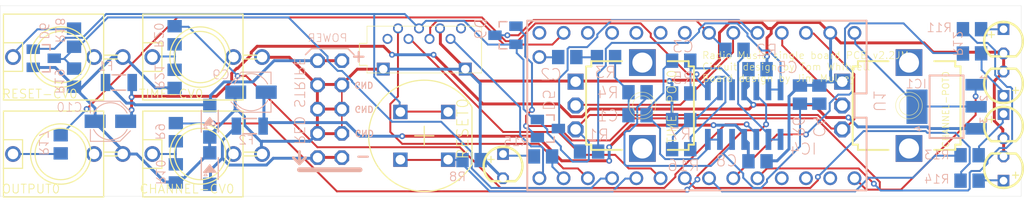
<source format=kicad_pcb>
(kicad_pcb (version 20240108) (generator "pcbnew") (generator_version "8.0")
  (layers (0 "F.Cu" signal) (31 "B.Cu" signal) (34 "B.Paste" user) (35 "F.Paste" user) (36 "B.SilkS" user "B.Silkscreen") (37 "F.SilkS" user "F.Silkscreen") (38 "B.Mask" user) (39 "F.Mask" user) (44 "Edge.Cuts" user))
  (net 0 "")
  (net 1 "N$14")
  (net 2 "TEMP")
  (net 3 "N$9")
  (net 4 "N$3")
  (net 5 "GND")
  (net 6 "+12V_INLET")
  (net 7 "-12V_INLET")
  (net 8 "+3.3V")
  (net 9 "CHANNEL_CV")
  (net 10 "PIN22/A8")
  (net 11 "DGND")
  (net 12 "N$1")
  (net 13 "+12V")
  (net 14 "-12V")
  (net 15 "+5V")
  (net 16 "DAC")
  (net 17 "TIME_POT")
  (net 18 "PIN20/A6")
  (net 19 "RESET_SW")
  (net 20 "RESET_CV")
  (net 21 "SCLK")
  (net 22 "MOSI")
  (net 23 "SS")
  (net 24 "LED1")
  (net 25 "LED2")
  (net 26 "LED3")
  (net 27 "LED4")
  (net 28 "LED_RESET")
  (net 29 "CHANNEL_POT")
  (net 30 "MISO")
  (net 31 "N$2")
  (net 32 "N$4")
  (net 33 "N$5")
  (net 34 "N$6")
  (net 35 "N$7")
  (net 36 "N$10")
  (net 37 "AUDIO_OUT")
  (net 38 "N$8")
  (net 39 "TIME_CV")
  (net 40 "N$12")
  (net 41 "N$13")
  (net 42 "N$11")
  (net 43 "N$15")
  (net 44 "N$16")
  (footprint "RadioMusic_F rev2-2:WQP-PJ301M-12_JACK" (layer "F.Cu") (at 115.9561 110.5586 90)
    (property "Reference" "CHANNEL-CV0")
    (property "Value" "" (hide yes))
  )
  (footprint "RadioMusic_F rev2-2:WQP-PJ301M-12_JACK" (layer "F.Cu") (at 101.3511 100.3986 90)
    (property "Reference" "RESET-CV0")
    (property "Value" "" (hide yes))
  )
  (footprint "RadioMusic_F rev2-2:LED3MM" (layer "F.Cu") (at 200.1571 112.0826 90)
    (property "Reference" "LED4")
    (property "Value" "")
  )
  (footprint "RadioMusic_F rev2-2:WQP-PJ301M-12_JACK" (layer "F.Cu") (at 115.9561 100.3986 90)
    (property "Reference" "TIME-CV0")
    (property "Value" "" (hide yes))
  )
  (footprint "RadioMusic_F rev2-2:LED3MM" (layer "F.Cu") (at 200.1571 103.1926 90)
    (property "Reference" "LED2")
    (property "Value" "")
  )
  (footprint "RadioMusic_F rev2-2:LED3MM" (layer "F.Cu") (at 147.7061 111.8286 -90)
    (property "Reference" "LED5" (hide yes))
    (property "Value" "")
  )
  (footprint "RadioMusic_F rev2-2:D6_BUTTON_RND" (layer "F.Cu") (at 139.4511 108.6536 180)
    (property "Reference" "RESET0")
    (property "Value" "D6_PUSH_SWITCH" (hide yes))
  )
  (footprint "RadioMusic_F rev2-2:LED3MM" (layer "F.Cu") (at 200.1571 107.6376 -90)
    (property "Reference" "LED3")
    (property "Value" "")
  )
  (footprint "RadioMusic_F rev2-2:WQP-PJ301M-12_JACK" (layer "F.Cu") (at 101.3511 110.5586 90)
    (property "Reference" "OUTPUT0")
    (property "Value" "" (hide yes))
  )
  (footprint "RadioMusic_F rev2-2:VERT_MICROSD_REV2" (layer "F.Cu") (at 139.4511 98.4936)
    (property "Reference" "X1" (hide yes))
    (property "Value" "VERT_SD_CARD_REV2" (hide yes))
  )
  (footprint "RadioMusic_F rev2-2:LED3MM" (layer "F.Cu") (at 200.1571 98.7476 -90)
    (property "Reference" "LED1")
    (property "Value" "")
  )
  (footprint "RadioMusic_F rev2-2:EVUF" (layer "F.Cu") (at 162.3111 105.4786 -90)
    (property "Reference" "TIME-POT0")
    (property "Value" "50k")
  )
  (footprint "RadioMusic_F rev2-2:EVUF" (layer "F.Cu") (at 190.2511 105.4786 -90)
    (property "Reference" "CHANNEL-POT0")
    (property "Value" "50k")
  )
  (footprint "RadioMusic_F rev2-2:R0805_334" (layer "B.Cu") (at 166.3751 110.0506)
    (property "Reference" "R16")
    (property "Value" "15k")
  )
  (footprint "RadioMusic_F rev2-2:R0805_334" (layer "B.Cu") (at 156.7231 110.3046)
    (property "Reference" "R1")
    (property "Value" "47R")
  )
  (footprint "RadioMusic_F rev2-2:SOT23_210" (layer "B.Cu") (at 147.9601 98.1126 -90)
    (property "Reference" "D9")
    (property "Value" "BAT54S")
  )
  (footprint "RadioMusic_F rev2-2:MA05-2" (layer "B.Cu") (at 129.5451 105.8596 90)
    (property "Reference" "SV1" (hide yes))
    (property "Value" "" (hide yes))
  )
  (footprint "RadioMusic_F rev2-2:PANASONIC_B_348" (layer "B.Cu") (at 121.2901 104.0816 180)
    (property "Reference" "C9")
    (property "Value" "10uf")
  )
  (footprint "RadioMusic_F rev2-2:TEENSY_3.1_TW" (layer "B.Cu") (at 168.0261 105.4786 90)
    (property "Reference" "U1")
    (property "Value" "TEENSY_3.1_TW")
  )
  (footprint "RadioMusic_F rev2-2:R0805_334" (layer "B.Cu") (at 166.3751 107.0026 180)
    (property "Reference" "R7")
    (property "Value" "1k")
  )
  (footprint "RadioMusic_F rev2-2:C0805_334" (layer "B.Cu") (at 174.3761 101.6686 180)
    (property "Reference" "C5")
    (property "Value" "100n")
  )
  (footprint "RadioMusic_F rev2-2:SOT23_210" (layer "B.Cu") (at 99.5731 100.5256 90)
    (property "Reference" "D6")
    (property "Value" "BAT54S")
  )
  (footprint "RadioMusic_F rev2-2:R0805_334" (layer "B.Cu") (at 158.5011 100.3986 180)
    (property "Reference" "R3")
    (property "Value" "8.2k")
  )
  (footprint "RadioMusic_F rev2-2:R0805_334" (layer "B.Cu") (at 196.8551 100.0176 -179.4)
    (property "Reference" "R12")
    (property "Value" "1.5k")
  )
  (footprint "RadioMusic_F rev2-2:R0805_334" (layer "B.Cu") (at 166.3751 104.2086)
    (property "Reference" "R5")
    (property "Value" "330K")
  )
  (footprint "RadioMusic_F rev2-2:R0805_334" (layer "B.Cu") (at 196.8551 97.4776 180)
    (property "Reference" "R11")
    (property "Value" "1.5k")
  )
  (footprint "RadioMusic_F rev2-2:1206L" (layer "B.Cu") (at 121.1631 107.6376 180)
    (property "Reference" "F2")
    (property "Value" "1206L020")
  )
  (footprint "RadioMusic_F rev2-2:R0805_334" (layer "B.Cu") (at 171.9631 99.6366)
    (property "Reference" "R2")
    (property "Value" "47R")
  )
  (footprint "RadioMusic_F rev2-2:C0805_334" (layer "B.Cu") (at 166.3751 100.7796)
    (property "Reference" "C3")
    (property "Value" "100n")
  )
  (footprint "RadioMusic_F rev2-2:R0805_334" (layer "B.Cu") (at 113.4161 108.2726 -90)
    (property "Reference" "R9")
    (property "Value" "22k")
  )
  (footprint "RadioMusic_F rev2-2:R0805_334" (layer "B.Cu") (at 144.4041 111.1936 180)
    (property "Reference" "R8")
    (property "Value" "10k")
  )
  (footprint "RadioMusic_F rev2-2:1206L" (layer "B.Cu") (at 107.4471 103.0656 180)
    (property "Reference" "F1")
    (property "Value" "1206L020")
  )
  (footprint "RadioMusic_F rev2-2:R0805_334" (layer "B.Cu") (at 151.8971 110.8126 180)
    (property "Reference" "R15")
    (property "Value" "1.5k")
  )
  (footprint "RadioMusic_F rev2-2:SOD-123_467" (layer "B.Cu") (at 116.9721 107.1296 90)
    (property "Reference" "D2")
    (property "Value" "1N5819")
  )
  (footprint "RadioMusic_F rev2-2:SOT23_210" (layer "B.Cu") (at 152.4051 107.8916 90)
    (property "Reference" "D5")
    (property "Value" "BAT54S")
  )
  (footprint "RadioMusic_F rev2-2:R0805_334" (layer "B.Cu") (at 113.4161 112.5906 90)
    (property "Reference" "R10")
    (property "Value" "47k")
  )
  (footprint "RadioMusic_F rev2-2:R0805_334" (layer "B.Cu") (at 161.8031 104.0816)
    (property "Reference" "R4")
    (property "Value" "8.2k")
  )
  (footprint "RadioMusic_F rev2-2:C0805_334" (layer "B.Cu") (at 180.8531 104.3356 90)
    (property "Reference" "C4")
    (property "Value" "1n")
  )
  (footprint "RadioMusic_F rev2-2:C0805_334" (layer "B.Cu") (at 174.3761 111.3206 180)
    (property "Reference" "C8")
    (property "Value" "100n")
  )
  (footprint "RadioMusic_F rev2-2:C0805_334" (layer "B.Cu") (at 154.4371 100.3986)
    (property "Reference" "C2")
    (property "Value" "100n")
  )
  (footprint "RadioMusic_F rev2-2:PANASONIC_B_348" (layer "B.Cu") (at 106.5581 107.1296)
    (property "Reference" "C10")
    (property "Value" "10uf")
  )
  (footprint "RadioMusic_F rev2-2:SO14_262" (layer "B.Cu") (at 172.9791 106.4276)
    (property "Reference" "IC4")
    (property "Value" "TL074")
  )
  (footprint "RadioMusic_F rev2-2:R0805_334" (layer "B.Cu") (at 196.6011 110.6856 180)
    (property "Reference" "R13")
    (property "Value" "1.5k")
  )
  (footprint "RadioMusic_F rev2-2:SOD-123_467" (layer "B.Cu") (at 116.9721 112.0826 90)
    (property "Reference" "D1")
    (property "Value" "1N5819")
  )
  (footprint "RadioMusic_F rev2-2:C0805_334" (layer "B.Cu") (at 161.8031 106.4946)
    (property "Reference" "C1")
    (property "Value" "1n")
  )
  (footprint "RadioMusic_F rev2-2:R0805_334" (layer "B.Cu") (at 101.3511 109.5426 -90)
    (property "Reference" "R17")
    (property "Value" "220R")
  )
  (footprint "RadioMusic_F rev2-2:R0805_334" (layer "B.Cu") (at 178.8211 104.3356 -90)
    (property "Reference" "R6")
    (property "Value" "100k")
  )
  (footprint "RadioMusic_F rev2-2:R0805_334" (layer "B.Cu") (at 113.2891 98.1126 -90)
    (property "Reference" "R20")
    (property "Value" "22k")
  )
  (footprint "RadioMusic_F rev2-2:R0805_334" (layer "B.Cu") (at 196.6011 113.3526 180)
    (property "Reference" "R14")
    (property "Value" "1.5k")
  )
  (footprint "RadioMusic_F rev2-2:R0805_334" (layer "B.Cu") (at 102.7481 98.3666 90)
    (property "Reference" "R18")
    (property "Value" "220R")
  )
  (footprint "RadioMusic_F rev2-2:R0805_334" (layer "B.Cu") (at 113.2891 102.6846 90)
    (property "Reference" "R21")
    (property "Value" "47k")
  )
  (footprint "RadioMusic_F rev2-2:SOT223" (layer "B.Cu") (at 194.1881 105.6056 -90)
    (property "Reference" "IC1")
    (property "Value" "LM1117MP-5.0")
  )
  (footprint "RadioMusic_F rev2-2:R0805_334" (layer "B.Cu") (at 102.7481 102.5576 -90)
    (property "Reference" "R19")
    (property "Value" "100k")
  )
  (gr_line (start 95.0011 95.0036) (end 95.0011 115.0036) (stroke (width 0.0254)) (layer "Edge.Cuts"))
  (gr_line (start 202.0011 115.0036) (end 202.0011 95.0036) (stroke (width 0.0254)) (layer "Edge.Cuts"))
  (gr_line (start 95.0011 115.0036) (end 202.0011 115.0036) (stroke (width 0.0254)) (layer "Edge.Cuts"))
  (gr_line (start 202.0011 95.0036) (end 95.0011 95.0036) (stroke (width 0.0254)) (layer "Edge.Cuts"))
  (gr_text "Radio Music single board PCB v2.2JM\nCircuit design by Tom Whitwell\nBoard design by Jim Mulvey\n" (at 168.5341 103.0656 0) (layer "F.SilkS") (effects (font (size 0.747776 0.747776) (thickness 0.065024)) (justify left bottom)))
  (segment (start 102.7354 97.4903) (end 102.7481 97.4166) (width 0.2032) (layer "B.Cu") (net 1))
  (segment (start 98.9127 97.4903) (end 102.7354 97.4903) (width 0.2032) (layer "B.Cu") (net 1))
  (segment (start 96.4235 100.3351) (end 96.3511 100.3986) (width 0.2032) (layer "B.Cu") (net 1))
  (segment (start 96.4235 99.9795) (end 98.9127 97.4903) (width 0.2032) (layer "B.Cu") (net 1))
  (segment (start 96.4235 100.3351) (end 96.4235 99.9795) (width 0.2032) (layer "B.Cu") (net 1))
  (segment (start 113.3145 99.0905) (end 113.3145 100.3351) (width 0.2032) (layer "B.Cu") (net 2))
  (segment (start 111.0031 100.3351) (end 113.3145 100.3351) (width 0.2032) (layer "B.Cu") (net 2))
  (segment (start 113.3145 99.0905) (end 113.2891 99.0626) (width 0.2032) (layer "B.Cu") (net 2))
  (segment (start 113.3145 101.6686) (end 113.2891 101.7346) (width 0.2032) (layer "B.Cu") (net 2))
  (segment (start 111.0031 100.3351) (end 110.9561 100.3986) (width 0.2032) (layer "B.Cu") (net 2))
  (segment (start 113.3145 100.3351) (end 113.3145 101.6686) (width 0.2032) (layer "B.Cu") (net 2))
  (segment (start 113.4034 110.5586) (end 113.4034 111.6254) (width 0.2032) (layer "B.Cu") (net 3))
  (segment (start 113.4034 111.6254) (end 113.4161 111.6406) (width 0.2032) (layer "B.Cu") (net 3))
  (segment (start 110.9561 110.5586) (end 113.4034 110.5586) (width 0.2032) (layer "B.Cu") (net 3))
  (segment (start 113.4034 109.2251) (end 113.4161 109.2226) (width 0.2032) (layer "B.Cu") (net 3))
  (segment (start 113.4034 109.2251) (end 113.4034 110.5586) (width 0.2032) (layer "B.Cu") (net 3))
  (segment (start 101.313 110.5586) (end 101.3511 110.4926) (width 0.2032) (layer "B.Cu") (net 4))
  (segment (start 96.3511 110.5586) (end 101.313 110.5586) (width 0.2032) (layer "B.Cu") (net 4))
  (segment (start 182.1231 97.9348) (end 183.101 98.9127) (width 0.3048) (layer "F.Cu") (net 5))
  (segment (start 128.4275 105.8469) (end 130.7389 105.8469) (width 0.3048) (layer "F.Cu") (net 5))
  (segment (start 128.2497 103.4466) (end 128.2497 105.758) (width 0.3048) (layer "F.Cu") (net 5))
  (segment (start 135.095 101.6686) (end 135.1511 101.6636) (width 0.3048) (layer "F.Cu") (net 5))
  (segment (start 130.7389 108.425) (end 128.3386 108.425) (width 0.3048) (layer "F.Cu") (net 5))
  (segment (start 128.2497 105.758) (end 128.2751 105.8596) (width 0.3048) (layer "F.Cu") (net 5))
  (segment (start 181.9453 97.8459) (end 180.8785 96.7791) (width 0.3048) (layer "F.Cu") (net 5))
  (segment (start 128.2497 103.4466) (end 128.2751 103.3196) (width 0.3048) (layer "F.Cu") (net 5))
  (segment (start 130.7389 105.8469) (end 130.8151 105.8596) (width 0.3048) (layer "F.Cu") (net 5))
  (segment (start 130.8151 103.3196) (end 130.8151 108.3488) (width 0.1524) (layer "F.Cu") (net 5))
  (segment (start 175.7223 97.4014) (end 175.8112 97.4903) (width 0.3048) (layer "F.Cu") (net 5))
  (segment (start 155.3642 102.9132) (end 165.1432 102.9132) (width 0.3048) (layer "F.Cu") (net 5))
  (segment (start 200.1698 108.9584) (end 200.1698 110.7364) (width 0.3048) (layer "F.Cu") (net 5))
  (segment (start 175.8112 97.9348) (end 175.3667 98.3793) (width 0.3048) (layer "F.Cu") (net 5))
  (segment (start 175.3667 98.3793) (end 175.3667 100.3351) (width 0.3048) (layer "F.Cu") (net 5))
  (segment (start 199.1919 107.0915) (end 200.0809 107.9805) (width 0.3048) (layer "F.Cu") (net 5))
  (segment (start 141.1402 99.0016) (end 141.1402 97.4014) (width 0.3048) (layer "F.Cu") (net 5))
  (segment (start 143.7183 101.5797) (end 143.7511 101.6636) (width 0.3048) (layer "F.Cu") (net 5))
  (segment (start 176.5224 96.7791) (end 175.8112 97.4903) (width 0.3048) (layer "F.Cu") (net 5))
  (segment (start 168.2547 102.8243) (end 170.3883 100.6907) (width 0.3048) (layer "F.Cu") (net 5))
  (segment (start 128.1608 103.2688) (end 125.316 100.424) (width 0.3048) (layer "F.Cu") (net 5))
  (segment (start 143.8961 101.6686) (end 145.1407 102.9132) (width 0.3048) (layer "F.Cu") (net 5))
  (segment (start 200.0809 102.0242) (end 200.1571 101.9226) (width 0.3048) (layer "F.Cu") (net 5))
  (segment (start 128.3386 103.2688) (end 128.2751 103.3196) (width 0.3048) (layer "F.Cu") (net 5))
  (segment (start 143.8961 101.6686) (end 143.7511 101.6636) (width 0.3048) (layer "F.Cu") (net 5))
  (segment (start 174.8333 96.7791) (end 175.4556 97.4014) (width 0.3048) (layer "F.Cu") (net 5))
  (segment (start 200.1698 110.7364) (end 200.1571 110.8126) (width 0.3048) (layer "F.Cu") (net 5))
  (segment (start 141.1402 97.4014) (end 141.1011 97.3936) (width 0.3048) (layer "F.Cu") (net 5))
  (segment (start 130.7389 108.425) (end 130.8151 108.3996) (width 0.3048) (layer "F.Cu") (net 5))
  (segment (start 175.8112 97.4903) (end 175.8112 97.9348) (width 0.3048) (layer "F.Cu") (net 5))
  (segment (start 130.8151 108.3488) (end 130.7389 108.425) (width 0.1524) (layer "F.Cu") (net 5))
  (segment (start 125.316 100.424) (end 122.4712 100.424) (width 0.3048) (layer "F.Cu") (net 5))
  (segment (start 155.3642 102.9132) (end 155.3111 102.9786) (width 0.3048) (layer "F.Cu") (net 5))
  (segment (start 128.2497 105.9358) (end 128.2751 105.8596) (width 0.3048) (layer "F.Cu") (net 5))
  (segment (start 155.1864 102.9132) (end 155.3111 102.9786) (width 0.3048) (layer "F.Cu") (net 5))
  (segment (start 130.7389 103.2688) (end 128.3386 103.2688) (width 0.3048) (layer "F.Cu") (net 5))
  (segment (start 191.8132 98.9127) (end 192.7911 99.8906) (width 0.3048) (layer "F.Cu") (net 5))
  (segment (start 175.4556 97.4014) (end 175.7223 97.4014) (width 0.3048) (layer "F.Cu") (net 5))
  (segment (start 192.7911 99.8906) (end 200.0809 99.8906) (width 0.3048) (layer "F.Cu") (net 5))
  (segment (start 130.7389 103.2688) (end 130.8151 103.3196) (width 0.3048) (layer "F.Cu") (net 5))
  (segment (start 200.0809 107.9805) (end 200.0809 108.7806) (width 0.3048) (layer "F.Cu") (net 5))
  (segment (start 128.1608 103.2688) (end 128.2751 103.3196) (width 0.3048) (layer "F.Cu") (net 5))
  (segment (start 132.428 101.6686) (end 135.095 101.6686) (width 0.3048) (layer "F.Cu") (net 5))
  (segment (start 200.1698 108.9584) (end 200.1571 108.9076) (width 0.3048) (layer "F.Cu") (net 5))
  (segment (start 128.3386 108.425) (end 128.2751 108.3996) (width 0.3048) (layer "F.Cu") (net 5))
  (segment (start 183.101 98.9127) (end 191.8132 98.9127) (width 0.3048) (layer "F.Cu") (net 5))
  (segment (start 200.1698 100.0684) (end 200.1698 101.8464) (width 0.3048) (layer "F.Cu") (net 5))
  (segment (start 180.8785 96.7791) (end 176.5224 96.7791) (width 0.3048) (layer "F.Cu") (net 5))
  (segment (start 122.4712 100.424) (end 122.4561 100.3986) (width 0.3048) (layer "F.Cu") (net 5))
  (segment (start 170.3883 97.8459) (end 171.4551 96.7791) (width 0.3048) (layer "F.Cu") (net 5))
  (segment (start 182.1231 97.9348) (end 181.9961 97.8586) (width 0.3048) (layer "F.Cu") (net 5))
  (segment (start 128.2497 108.2472) (end 128.2751 108.3996) (width 0.3048) (layer "F.Cu") (net 5))
  (segment (start 130.8278 103.2688) (end 130.8151 103.3196) (width 0.3048) (layer "F.Cu") (net 5))
  (segment (start 165.2321 102.8243) (end 165.1432 102.9132) (width 0.3048) (layer "F.Cu") (net 5))
  (segment (start 200.0809 102.0242) (end 199.1919 102.9132) (width 0.3048) (layer "F.Cu") (net 5))
  (segment (start 199.1919 102.9132) (end 199.1919 107.0915) (width 0.3048) (layer "F.Cu") (net 5))
  (segment (start 145.1407 102.9132) (end 155.1864 102.9132) (width 0.3048) (layer "F.Cu") (net 5))
  (segment (start 165.2321 102.8243) (end 168.2547 102.8243) (width 0.3048) (layer "F.Cu") (net 5))
  (segment (start 130.8278 103.2688) (end 132.428 101.6686) (width 0.3048) (layer "F.Cu") (net 5))
  (segment (start 171.4551 96.7791) (end 174.8333 96.7791) (width 0.3048) (layer "F.Cu") (net 5))
  (segment (start 200.0809 108.7806) (end 200.1571 108.9076) (width 0.3048) (layer "F.Cu") (net 5))
  (segment (start 181.9453 97.8459) (end 181.9961 97.8586) (width 0.3048) (layer "F.Cu") (net 5))
  (segment (start 143.7183 101.5797) (end 141.1402 99.0016) (width 0.3048) (layer "F.Cu") (net 5))
  (segment (start 200.1698 100.0684) (end 200.1571 100.0176) (width 0.3048) (layer "F.Cu") (net 5))
  (segment (start 200.1698 101.8464) (end 200.1571 101.9226) (width 0.3048) (layer "F.Cu") (net 5))
  (segment (start 170.3883 100.6907) (end 170.3883 97.8459) (width 0.3048) (layer "F.Cu") (net 5))
  (segment (start 128.4275 105.8469) (end 128.2751 105.8596) (width 0.3048) (layer "F.Cu") (net 5))
  (segment (start 128.2497 108.2472) (end 128.2497 105.9358) (width 0.3048) (layer "F.Cu") (net 5))
  (segment (start 200.0809 99.8906) (end 200.1571 100.0176) (width 0.3048) (layer "F.Cu") (net 5))
  (via (at 175.3667 100.3351) (size 0.6096) (drill 0.3048) (layers "F.Cu" "B.Cu") (net 5))
  (via (at 165.1432 102.9132) (size 0.6096) (drill 0.3048) (layers "F.Cu" "B.Cu") (net 5))
  (segment (start 180.9674 103.3577) (end 181.323 103.0021) (width 0.3048) (layer "B.Cu") (net 5))
  (segment (start 107.8916 100.424) (end 108.0694 100.424) (width 0.3048) (layer "B.Cu") (net 5))
  (segment (start 102.8243 103.6244) (end 102.7481 103.5076) (width 0.3048) (layer "B.Cu") (net 5))
  (segment (start 109.314 110.5586) (end 107.8511 110.5586) (width 0.3048) (layer "B.Cu") (net 5))
  (segment (start 113.8479 113.4923) (end 113.4923 113.4923) (width 0.3048) (layer "B.Cu") (net 5))
  (segment (start 182.0342 103.0021) (end 182.0342 97.9348) (width 0.3048) (layer "B.Cu") (net 5))
  (segment (start 119.982 106.0247) (end 120.6043 106.647) (width 0.3048) (layer "B.Cu") (net 5))
  (segment (start 104.9579 107.2693) (end 104.9581 107.1296) (width 0.3048) (layer "B.Cu") (net 5))
  (segment (start 165.4099 107.0026) (end 165.4251 107.0026) (width 0.3048) (layer "B.Cu") (net 5))
  (segment (start 176.4335 111.2698) (end 175.3667 111.2698) (width 0.3048) (layer "B.Cu") (net 5))
  (segment (start 116.9594 108.7806) (end 116.9594 110.3808) (width 0.3048) (layer "B.Cu") (net 5))
  (segment (start 181.323 103.0021) (end 182.0342 103.0021) (width 0.3048) (layer "B.Cu") (net 5))
  (segment (start 107.7138 100.424) (end 107.8511 100.3986) (width 0.3048) (layer "B.Cu") (net 5))
  (segment (start 145.8519 111.2698) (end 145.4074 111.2698) (width 0.3048) (layer "B.Cu") (net 5))
  (segment (start 145.3185 111.092) (end 145.3541 111.1936) (width 0.3048) (layer "B.Cu") (net 5))
  (segment (start 180.7896 103.3577) (end 180.8531 103.3856) (width 0.3048) (layer "B.Cu") (net 5))
  (segment (start 116.8705 110.4697) (end 113.8479 113.4923) (width 0.3048) (layer "B.Cu") (net 5))
  (segment (start 145.4074 111.2698) (end 145.3541 111.1936) (width 0.3048) (layer "B.Cu") (net 5))
  (segment (start 177.6781 104.5134) (end 177.6781 110.0252) (width 0.3048) (layer "B.Cu") (net 5))
  (segment (start 143.8072 101.6686) (end 145.3185 103.1799) (width 0.3048) (layer "B.Cu") (net 5))
  (segment (start 119.7153 106.0247) (end 119.6264 105.9358) (width 0.3048) (layer "B.Cu") (net 5))
  (segment (start 107.8027 110.5586) (end 107.8511 110.5586) (width 0.3048) (layer "B.Cu") (net 5))
  (segment (start 98.5571 101.4908) (end 98.4731 101.4756) (width 0.3048) (layer "B.Cu") (net 5))
  (segment (start 165.4099 104.2467) (end 165.4099 107.0026) (width 0.3048) (layer "B.Cu") (net 5))
  (segment (start 112.2477 113.4923) (end 109.314 110.5586) (width 0.3048) (layer "B.Cu") (net 5))
  (segment (start 122.3823 109.314) (end 122.3823 110.5586) (width 0.3048) (layer "B.Cu") (net 5))
  (segment (start 147.6299 113.0478) (end 145.8519 111.2698) (width 0.3048) (layer "B.Cu") (net 5))
  (segment (start 127.4496 109.2251) (end 122.4712 109.2251) (width 0.3048) (layer "B.Cu") (net 5))
  (segment (start 177.6781 110.0252) (end 176.4335 111.2698) (width 0.3048) (layer "B.Cu") (net 5))
  (segment (start 122.3823 110.5586) (end 122.4561 110.5586) (width 0.3048) (layer "B.Cu") (net 5))
  (segment (start 107.8027 110.1141) (end 107.8027 110.5586) (width 0.3048) (layer "B.Cu") (net 5))
  (segment (start 147.6299 113.0478) (end 147.7061 113.0986) (width 0.3048) (layer "B.Cu") (net 5))
  (segment (start 182.0342 103.0021) (end 183.1899 103.0021) (width 0.3048) (layer "B.Cu") (net 5))
  (segment (start 103.2688 103.8911) (end 102.7481 103.5076) (width 0.3048) (layer "B.Cu") (net 5))
  (segment (start 100.7796 101.4908) (end 98.5571 101.4908) (width 0.3048) (layer "B.Cu") (net 5))
  (segment (start 165.4099 104.0689) (end 165.4251 104.2086) (width 0.3048) (layer "B.Cu") (net 5))
  (segment (start 104.9579 107.2693) (end 107.8027 110.1141) (width 0.3048) (layer "B.Cu") (net 5))
  (segment (start 111.2698 103.6244) (end 113.2256 103.6244) (width 0.3048) (layer "B.Cu") (net 5))
  (segment (start 180.9674 103.3577) (end 180.8531 103.3856) (width 0.3048) (layer "B.Cu") (net 5))
  (segment (start 102.8243 103.6244) (end 104.9579 105.758) (width 0.3048) (layer "B.Cu") (net 5))
  (segment (start 113.2256 103.6244) (end 113.2891 103.6346) (width 0.3048) (layer "B.Cu") (net 5))
  (segment (start 165.4099 104.2467) (end 165.4251 104.2086) (width 0.3048) (layer "B.Cu") (net 5))
  (segment (start 113.3145 113.4923) (end 112.2477 113.4923) (width 0.3048) (layer "B.Cu") (net 5))
  (segment (start 175.3667 111.2698) (end 175.3261 111.3206) (width 0.3048) (layer "B.Cu") (net 5))
  (segment (start 108.0694 100.424) (end 111.2698 103.6244) (width 0.3048) (layer "B.Cu") (net 5))
  (segment (start 119.6264 104.1578) (end 119.6901 104.0816) (width 0.3048) (layer "B.Cu") (net 5))
  (segment (start 175.3667 101.6686) (end 175.3261 101.6686) (width 0.3048) (layer "B.Cu") (net 5))
  (segment (start 102.7354 103.4466) (end 102.7481 103.5076) (width 0.3048) (layer "B.Cu") (net 5))
  (segment (start 143.6294 101.6686) (end 143.7511 101.6636) (width 0.3048) (layer "B.Cu") (net 5))
  (segment (start 165.4099 103.1799) (end 165.4099 104.0689) (width 0.3048) (layer "B.Cu") (net 5))
  (segment (start 145.3185 103.1799) (end 145.3185 111.092) (width 0.3048) (layer "B.Cu") (net 5))
  (segment (start 182.0342 97.9348) (end 181.9961 97.8586) (width 0.3048) (layer "B.Cu") (net 5))
  (segment (start 128.2751 108.3996) (end 127.4496 109.2251) (width 0.3048) (layer "B.Cu") (net 5))
  (segment (start 116.8705 108.6917) (end 119.6264 105.9358) (width 0.3048) (layer "B.Cu") (net 5))
  (segment (start 106.7359 100.424) (end 107.7138 100.424) (width 0.3048) (layer "B.Cu") (net 5))
  (segment (start 183.1899 103.0021) (end 183.2511 102.9786) (width 0.3048) (layer "B.Cu") (net 5))
  (segment (start 104.9579 105.758) (end 104.9579 107.0915) (width 0.3048) (layer "B.Cu") (net 5))
  (segment (start 103.2688 103.8911) (end 106.7359 100.424) (width 0.3048) (layer "B.Cu") (net 5))
  (segment (start 116.9594 110.3808) (end 116.9721 110.4316) (width 0.3048) (layer "B.Cu") (net 5))
  (segment (start 119.7153 106.0247) (end 119.982 106.0247) (width 0.3048) (layer "B.Cu") (net 5))
  (segment (start 178.7449 103.4466) (end 178.8211 103.3856) (width 0.3048) (layer "B.Cu") (net 5))
  (segment (start 113.4923 113.4923) (end 113.4161 113.5406) (width 0.3048) (layer "B.Cu") (net 5))
  (segment (start 143.8072 101.6686) (end 143.7511 101.6636) (width 0.3048) (layer "B.Cu") (net 5))
  (segment (start 122.4712 109.2251) (end 122.3823 109.314) (width 0.3048) (layer "B.Cu") (net 5))
  (segment (start 104.9579 107.0915) (end 104.9581 107.1296) (width 0.3048) (layer "B.Cu") (net 5))
  (segment (start 119.6264 105.9358) (end 119.6264 104.1578) (width 0.3048) (layer "B.Cu") (net 5))
  (segment (start 120.6043 106.647) (end 120.6043 107.536) (width 0.3048) (layer "B.Cu") (net 5))
  (segment (start 120.6043 107.536) (end 122.3823 109.314) (width 0.3048) (layer "B.Cu") (net 5))
  (segment (start 116.8705 110.4697) (end 116.9721 110.4316) (width 0.3048) (layer "B.Cu") (net 5))
  (segment (start 178.9227 103.3577) (end 180.7896 103.3577) (width 0.3048) (layer "B.Cu") (net 5))
  (segment (start 143.6294 101.6686) (end 135.1839 101.6686) (width 0.3048) (layer "B.Cu") (net 5))
  (segment (start 113.3145 113.4923) (end 113.4161 113.5406) (width 0.3048) (layer "B.Cu") (net 5))
  (segment (start 116.9594 108.7806) (end 116.9721 108.7806) (width 0.3048) (layer "B.Cu") (net 5))
  (segment (start 116.8705 108.6917) (end 116.9721 108.7806) (width 0.3048) (layer "B.Cu") (net 5))
  (segment (start 102.7354 103.4466) (end 100.7796 101.4908) (width 0.3048) (layer "B.Cu") (net 5))
  (segment (start 165.1432 102.9132) (end 165.4099 103.1799) (width 0.3048) (layer "B.Cu") (net 5))
  (segment (start 178.9227 103.3577) (end 178.8211 103.3856) (width 0.3048) (layer "B.Cu") (net 5))
  (segment (start 135.1839 101.6686) (end 135.1511 101.6636) (width 0.3048) (layer "B.Cu") (net 5))
  (segment (start 178.7449 103.4466) (end 177.6781 104.5134) (width 0.3048) (layer "B.Cu") (net 5))
  (segment (start 175.3667 100.3351) (end 175.3667 101.6686) (width 0.3048) (layer "B.Cu") (net 5))
  (segment (start 107.8916 100.424) (end 107.8511 100.3986) (width 0.3048) (layer "B.Cu") (net 5))
  (segment (start 130.8151 100.7796) (end 128.2751 100.7796) (width 0.3048) (layer "F.Cu") (net 6))
  (segment (start 109.1362 105.4024) (end 116.9594 105.4024) (width 0.3048) (layer "B.Cu") (net 6))
  (segment (start 121.4933 103.0021) (end 123.7158 100.7796) (width 0.3048) (layer "B.Cu") (net 6))
  (segment (start 106.1136 103.091) (end 106.0471 103.0656) (width 0.3048) (layer "B.Cu") (net 6))
  (segment (start 108.9584 105.2246) (end 109.1362 105.4024) (width 0.3048) (layer "B.Cu") (net 6))
  (segment (start 117.0483 105.3135) (end 117.0483 104.4245) (width 0.3048) (layer "B.Cu") (net 6))
  (segment (start 117.0483 104.4245) (end 118.4707 103.0021) (width 0.3048) (layer "B.Cu") (net 6))
  (segment (start 118.4707 103.0021) (end 121.4933 103.0021) (width 0.3048) (layer "B.Cu") (net 6))
  (segment (start 117.0483 105.3135) (end 116.9721 105.4786) (width 0.3048) (layer "B.Cu") (net 6))
  (segment (start 108.2472 105.2246) (end 108.9584 105.2246) (width 0.3048) (layer "B.Cu") (net 6))
  (segment (start 123.7158 100.7796) (end 128.2751 100.7796) (width 0.3048) (layer "B.Cu") (net 6))
  (segment (start 106.1136 103.091) (end 108.2472 105.2246) (width 0.3048) (layer "B.Cu") (net 6))
  (segment (start 116.9594 105.4024) (end 116.9721 105.4786) (width 0.3048) (layer "B.Cu") (net 6))
  (segment (start 128.3386 110.9142) (end 128.2751 110.9396) (width 0.3048) (layer "F.Cu") (net 7))
  (segment (start 130.7389 110.9142) (end 130.8151 110.9396) (width 0.3048) (layer "F.Cu") (net 7))
  (segment (start 130.7389 110.9142) (end 128.3386 110.9142) (width 0.3048) (layer "F.Cu") (net 7))
  (segment (start 118.2929 111.0031) (end 119.0041 111.7143) (width 0.3048) (layer "B.Cu") (net 7))
  (segment (start 119.0041 111.7143) (end 122.9157 111.7143) (width 0.3048) (layer "B.Cu") (net 7))
  (segment (start 123.6269 111.0031) (end 128.2497 111.0031) (width 0.3048) (layer "B.Cu") (net 7))
  (segment (start 118.2929 111.0031) (end 117.0483 112.2477) (width 0.3048) (layer "B.Cu") (net 7))
  (segment (start 119.7153 107.7138) (end 119.7631 107.6376) (width 0.3048) (layer "B.Cu") (net 7))
  (segment (start 128.2497 111.0031) (end 128.2751 110.9396) (width 0.3048) (layer "B.Cu") (net 7))
  (segment (start 122.9157 111.7143) (end 123.6269 111.0031) (width 0.3048) (layer "B.Cu") (net 7))
  (segment (start 119.7153 107.7138) (end 118.2929 109.1362) (width 0.3048) (layer "B.Cu") (net 7))
  (segment (start 117.0483 113.6701) (end 116.9721 113.7336) (width 0.3048) (layer "B.Cu") (net 7))
  (segment (start 117.0483 112.2477) (end 117.0483 113.6701) (width 0.3048) (layer "B.Cu") (net 7))
  (segment (start 118.2929 109.1362) (end 118.2929 111.0031) (width 0.3048) (layer "B.Cu") (net 7))
  (segment (start 183.5455 107.8916) (end 184.5234 106.9137) (width 0.2032) (layer "F.Cu") (net 8))
  (segment (start 141.9403 106.1136) (end 136.9619 106.1136) (width 0.2032) (layer "F.Cu") (net 8))
  (segment (start 156.7866 106.4692) (end 180.7007 106.4692) (width 0.2032) (layer "F.Cu") (net 8))
  (segment (start 155.3642 107.8916) (end 156.7866 106.4692) (width 0.2032) (layer "F.Cu") (net 8))
  (segment (start 183.1899 107.8916) (end 183.2511 107.9786) (width 0.2032) (layer "F.Cu") (net 8))
  (segment (start 184.5234 102.202) (end 180.2562 97.9348) (width 0.2032) (layer "F.Cu") (net 8))
  (segment (start 180.7007 106.4692) (end 182.1231 107.8916) (width 0.2032) (layer "F.Cu") (net 8))
  (segment (start 155.3642 107.8916) (end 155.3111 107.9786) (width 0.2032) (layer "F.Cu") (net 8))
  (segment (start 179.4561 97.9348) (end 179.4561 97.8586) (width 0.2032) (layer "F.Cu") (net 8))
  (segment (start 183.2788 107.8916) (end 183.2511 107.9786) (width 0.2032) (layer "F.Cu") (net 8))
  (segment (start 183.2788 107.8916) (end 183.5455 107.8916) (width 0.2032) (layer "F.Cu") (net 8))
  (segment (start 180.2562 97.9348) (end 179.4561 97.9348) (width 0.2032) (layer "F.Cu") (net 8))
  (segment (start 184.5234 106.9137) (end 184.5234 102.202) (width 0.2032) (layer "F.Cu") (net 8))
  (segment (start 141.9403 106.1136) (end 141.9511 106.1536) (width 0.2032) (layer "F.Cu") (net 8))
  (segment (start 136.9619 106.1136) (end 136.9511 106.1536) (width 0.2032) (layer "F.Cu") (net 8))
  (segment (start 182.1231 107.8916) (end 183.1899 107.8916) (width 0.2032) (layer "F.Cu") (net 8))
  (segment (start 149.1412 99.0905) (end 149.1412 99.9795) (width 0.2032) (layer "B.Cu") (net 8))
  (segment (start 134.206 95.8901) (end 106.1136 95.8901) (width 0.2032) (layer "B.Cu") (net 8))
  (segment (start 136.873 105.1357) (end 136.873 106.1136) (width 0.2032) (layer "B.Cu") (net 8))
  (segment (start 134.206 102.4687) (end 136.873 105.1357) (width 0.2032) (layer "B.Cu") (net 8))
  (segment (start 106.1136 95.8901) (end 103.6244 98.3793) (width 0.2032) (layer "B.Cu") (net 8))
  (segment (start 155.0086 111.3587) (end 156.5199 111.3587) (width 0.2032) (layer "B.Cu") (net 8))
  (segment (start 139.6289 96.6013) (end 143.6294 96.6013) (width 0.2032) (layer "B.Cu") (net 8))
  (segment (start 138.9177 97.3125) (end 139.6289 96.6013) (width 0.2032) (layer "B.Cu") (net 8))
  (segment (start 143.6294 96.6013) (end 146.1186 99.0905) (width 0.2032) (layer "B.Cu") (net 8))
  (segment (start 138.9177 97.3125) (end 138.9011 97.3936) (width 0.2032) (layer "B.Cu") (net 8))
  (segment (start 138.8288 97.3125) (end 138.9011 97.3936) (width 0.2032) (layer "B.Cu") (net 8))
  (segment (start 151.2748 106.9137) (end 151.3051 106.9416) (width 0.2032) (layer "B.Cu") (net 8))
  (segment (start 98.5571 99.535) (end 98.4731 99.5756) (width 0.2032) (layer "B.Cu") (net 8))
  (segment (start 153.764 109.7585) (end 153.764 110.1141) (width 0.2032) (layer "B.Cu") (net 8))
  (segment (start 152.3416 107.9805) (end 152.3416 108.3361) (width 0.2032) (layer "B.Cu") (net 8))
  (segment (start 149.8524 105.8469) (end 150.9192 106.9137) (width 0.2032) (layer "B.Cu") (net 8))
  (segment (start 155.3642 107.9805) (end 155.3111 107.9786) (width 0.2032) (layer "B.Cu") (net 8))
  (segment (start 137.4064 95.8901) (end 134.206 95.8901) (width 0.2032) (layer "B.Cu") (net 8))
  (segment (start 149.8524 100.6907) (end 149.8524 105.8469) (width 0.2032) (layer "B.Cu") (net 8))
  (segment (start 156.5199 111.3587) (end 156.6977 111.1809) (width 0.2032) (layer "B.Cu") (net 8))
  (segment (start 152.3416 108.3361) (end 153.764 109.7585) (width 0.2032) (layer "B.Cu") (net 8))
  (segment (start 153.764 110.1141) (end 155.0086 111.3587) (width 0.2032) (layer "B.Cu") (net 8))
  (segment (start 148.9634 99.0905) (end 149.0601 99.0626) (width 0.2032) (layer "B.Cu") (net 8))
  (segment (start 149.1412 99.0905) (end 149.0601 99.0626) (width 0.2032) (layer "B.Cu") (net 8))
  (segment (start 156.6977 109.314) (end 155.3642 107.9805) (width 0.2032) (layer "B.Cu") (net 8))
  (segment (start 136.873 106.1136) (end 136.9511 106.1536) (width 0.2032) (layer "B.Cu") (net 8))
  (segment (start 151.3637 107.0026) (end 152.3416 107.9805) (width 0.2032) (layer "B.Cu") (net 8))
  (segment (start 138.8288 97.3125) (end 137.4064 95.8901) (width 0.2032) (layer "B.Cu") (net 8))
  (segment (start 146.1186 99.0905) (end 148.9634 99.0905) (width 0.2032) (layer "B.Cu") (net 8))
  (segment (start 150.9192 106.9137) (end 151.2748 106.9137) (width 0.2032) (layer "B.Cu") (net 8))
  (segment (start 151.3637 107.0026) (end 151.3051 106.9416) (width 0.2032) (layer "B.Cu") (net 8))
  (segment (start 156.6977 111.1809) (end 156.6977 109.314) (width 0.2032) (layer "B.Cu") (net 8))
  (segment (start 149.1412 99.9795) (end 149.8524 100.6907) (width 0.2032) (layer "B.Cu") (net 8))
  (segment (start 101.8464 98.3793) (end 100.6907 99.535) (width 0.2032) (layer "B.Cu") (net 8))
  (segment (start 100.6907 99.535) (end 98.5571 99.535) (width 0.2032) (layer "B.Cu") (net 8))
  (segment (start 103.6244 98.3793) (end 101.8464 98.3793) (width 0.2032) (layer "B.Cu") (net 8))
  (segment (start 134.206 95.8901) (end 134.206 102.4687) (width 0.2032) (layer "B.Cu") (net 8))
  (segment (start 175.2778 107.4471) (end 174.6555 108.0694) (width 0.2032) (layer "F.Cu") (net 9))
  (segment (start 166.8323 114.4702) (end 130.2944 114.4702) (width 0.2032) (layer "F.Cu") (net 9))
  (segment (start 130.2944 114.4702) (end 123.1824 107.3582) (width 0.2032) (layer "F.Cu") (net 9))
  (segment (start 167.0101 114.2924) (end 166.8323 114.4702) (width 0.2032) (layer "F.Cu") (net 9))
  (segment (start 168.0769 112.87) (end 168.0769 113.2256) (width 0.2032) (layer "F.Cu") (net 9))
  (segment (start 172.8775 108.0694) (end 168.0769 112.87) (width 0.2032) (layer "F.Cu") (net 9))
  (segment (start 123.1824 107.3582) (end 117.315 107.3582) (width 0.2032) (layer "F.Cu") (net 9))
  (segment (start 174.6555 108.0694) (end 172.8775 108.0694) (width 0.2032) (layer "F.Cu") (net 9))
  (via (at 168.0769 113.2256) (size 0.6096) (drill 0.3048) (layers "F.Cu" "B.Cu") (net 9))
  (via (at 167.0101 114.2924) (size 0.6096) (drill 0.3048) (layers "F.Cu" "B.Cu") (net 9))
  (via (at 175.2778 107.4471) (size 0.6096) (drill 0.3048) (layers "F.Cu" "B.Cu") (net 9))
  (via (at 117.315 107.3582) (size 0.6096) (drill 0.3048) (layers "F.Cu" "B.Cu") (net 9))
  (segment (start 117.315 107.3582) (end 113.4923 107.3582) (width 0.2032) (layer "B.Cu") (net 9))
  (segment (start 175.2778 105.4024) (end 175.2778 107.4471) (width 0.2032) (layer "B.Cu") (net 9))
  (segment (start 174.2999 104.4245) (end 175.2778 105.4024) (width 0.2032) (layer "B.Cu") (net 9))
  (segment (start 113.4923 107.3582) (end 113.4161 107.3226) (width 0.2032) (layer "B.Cu") (net 9))
  (segment (start 174.2999 103.8911) (end 174.2491 103.8276) (width 0.2032) (layer "B.Cu") (net 9))
  (segment (start 168.0769 113.2256) (end 167.0101 114.2924) (width 0.2032) (layer "B.Cu") (net 9))
  (segment (start 174.2999 103.8911) (end 174.2999 104.4245) (width 0.2032) (layer "B.Cu") (net 9))
  (segment (start 153.5862 107.8027) (end 153.5862 102.6465) (width 0.2032) (layer "B.Cu") (net 10))
  (segment (start 157.5867 98.2904) (end 157.5867 98.0237) (width 0.2032) (layer "B.Cu") (net 10))
  (segment (start 153.5862 107.8027) (end 153.5051 107.8916) (width 0.2032) (layer "B.Cu") (net 10))
  (segment (start 155.7198 110.2919) (end 153.5862 108.1583) (width 0.2032) (layer "B.Cu") (net 10))
  (segment (start 154.4752 99.535) (end 154.653 99.3572) (width 0.2032) (layer "B.Cu") (net 10))
  (segment (start 153.5862 102.6465) (end 154.4752 101.7575) (width 0.2032) (layer "B.Cu") (net 10))
  (segment (start 155.7198 110.2919) (end 155.7731 110.3046) (width 0.2032) (layer "B.Cu") (net 10))
  (segment (start 174.2999 97.8459) (end 174.3761 97.8586) (width 0.2032) (layer "B.Cu") (net 10))
  (segment (start 153.5862 107.8916) (end 153.5051 107.8916) (width 0.2032) (layer "B.Cu") (net 10))
  (segment (start 157.5867 98.0237) (end 159.098 96.5124) (width 0.2032) (layer "B.Cu") (net 10))
  (segment (start 156.5199 99.3572) (end 157.5867 98.2904) (width 0.2032) (layer "B.Cu") (net 10))
  (segment (start 153.5862 108.1583) (end 153.5862 107.8916) (width 0.2032) (layer "B.Cu") (net 10))
  (segment (start 154.4752 101.7575) (end 154.4752 99.535) (width 0.2032) (layer "B.Cu") (net 10))
  (segment (start 159.098 96.5124) (end 172.433 96.5124) (width 0.2032) (layer "B.Cu") (net 10))
  (segment (start 154.653 99.3572) (end 156.5199 99.3572) (width 0.2032) (layer "B.Cu") (net 10))
  (segment (start 173.7665 97.8459) (end 174.2999 97.8459) (width 0.2032) (layer "B.Cu") (net 10))
  (segment (start 172.433 96.5124) (end 173.7665 97.8459) (width 0.2032) (layer "B.Cu") (net 10))
  (segment (start 185.768 114.2924) (end 187.1904 114.2924) (width 0.2032) (layer "F.Cu") (net 11))
  (segment (start 158.9202 109.1362) (end 154.9197 109.1362) (width 0.2032) (layer "F.Cu") (net 11))
  (segment (start 154.9197 109.1362) (end 153.4084 107.6249) (width 0.2032) (layer "F.Cu") (net 11))
  (segment (start 184.6123 113.1367) (end 185.768 114.2924) (width 0.2032) (layer "F.Cu") (net 11))
  (segment (start 189.4129 114.2924) (end 197.2361 106.4692) (width 0.2032) (layer "F.Cu") (net 11))
  (segment (start 150.7414 105.9358) (end 150.1191 106.5581) (width 0.2032) (layer "F.Cu") (net 11))
  (segment (start 187.1904 113.4923) (end 180.5229 106.8248) (width 0.2032) (layer "F.Cu") (net 11))
  (segment (start 187.1904 114.2924) (end 189.4129 114.2924) (width 0.2032) (layer "F.Cu") (net 11))
  (segment (start 197.2361 106.4692) (end 197.2361 104.5134) (width 0.2032) (layer "F.Cu") (net 11))
  (segment (start 184.6123 113.1367) (end 184.5361 113.0986) (width 0.2032) (layer "F.Cu") (net 11))
  (segment (start 153.4084 107.6249) (end 150.1191 107.6249) (width 0.2032) (layer "F.Cu") (net 11))
  (segment (start 150.1191 106.5581) (end 150.1191 107.6249) (width 0.2032) (layer "F.Cu") (net 11))
  (segment (start 161.2316 106.8248) (end 158.9202 109.1362) (width 0.2032) (layer "F.Cu") (net 11))
  (segment (start 187.1904 114.2924) (end 187.1904 113.4923) (width 0.2032) (layer "F.Cu") (net 11))
  (segment (start 180.5229 106.8248) (end 161.2316 106.8248) (width 0.2032) (layer "F.Cu") (net 11))
  (via (at 150.1191 107.6249) (size 0.6096) (drill 0.3048) (layers "F.Cu" "B.Cu") (net 11))
  (via (at 197.2361 104.5134) (size 0.6096) (drill 0.3048) (layers "F.Cu" "B.Cu") (net 11))
  (via (at 150.7414 105.9358) (size 0.6096) (drill 0.3048) (layers "F.Cu" "B.Cu") (net 11))
  (segment (start 149.1412 97.2236) (end 149.0601 97.1626) (width 0.2032) (layer "B.Cu") (net 11))
  (segment (start 151.2748 108.7806) (end 151.3051 108.8416) (width 0.2032) (layer "B.Cu") (net 11))
  (segment (start 197.2361 103.3577) (end 197.2869 103.2942) (width 0.2032) (layer "B.Cu") (net 11))
  (segment (start 150.0302 98.1126) (end 150.0302 100.3351) (width 0.2032) (layer "B.Cu") (net 11))
  (segment (start 197.2361 104.5134) (end 197.2361 103.3577) (width 0.2032) (layer "B.Cu") (net 11))
  (segment (start 150.0302 100.3351) (end 150.7414 101.0463) (width 0.2032) (layer "B.Cu") (net 11))
  (segment (start 150.7414 101.0463) (end 150.7414 105.9358) (width 0.2032) (layer "B.Cu") (net 11))
  (segment (start 150.1191 107.6249) (end 151.2748 108.7806) (width 0.2032) (layer "B.Cu") (net 11))
  (segment (start 149.1412 97.2236) (end 150.0302 98.1126) (width 0.2032) (layer "B.Cu") (net 11))
  (segment (start 173.322 97.9348) (end 172.2552 96.868) (width 0.2032) (layer "B.Cu") (net 12))
  (segment (start 176.7002 103.8022) (end 175.5445 103.8022) (width 0.2032) (layer "B.Cu") (net 12))
  (segment (start 158.4757 101.313) (end 157.6756 102.1131) (width 0.2032) (layer "B.Cu") (net 12))
  (segment (start 176.7891 100.9574) (end 175.5445 99.7128) (width 0.2032) (layer "B.Cu") (net 12))
  (segment (start 158.4757 99.535) (end 158.4757 101.313) (width 0.2032) (layer "B.Cu") (net 12))
  (segment (start 172.2552 96.868) (end 168.877 96.868) (width 0.2032) (layer "B.Cu") (net 12))
  (segment (start 167.099 98.9127) (end 159.098 98.9127) (width 0.2032) (layer "B.Cu") (net 12))
  (segment (start 157.6756 110.2919) (end 157.6731 110.3046) (width 0.2032) (layer "B.Cu") (net 12))
  (segment (start 168.2547 97.4903) (end 168.2547 97.757) (width 0.2032) (layer "B.Cu") (net 12))
  (segment (start 168.877 96.868) (end 168.2547 97.4903) (width 0.2032) (layer "B.Cu") (net 12))
  (segment (start 175.5445 99.7128) (end 174.8333 99.7128) (width 0.2032) (layer "B.Cu") (net 12))
  (segment (start 159.098 98.9127) (end 158.4757 99.535) (width 0.2032) (layer "B.Cu") (net 12))
  (segment (start 173.322 98.2015) (end 173.322 97.9348) (width 0.2032) (layer "B.Cu") (net 12))
  (segment (start 176.7002 103.8022) (end 176.7891 103.8276) (width 0.2032) (layer "B.Cu") (net 12))
  (segment (start 174.8333 99.7128) (end 173.322 98.2015) (width 0.2032) (layer "B.Cu") (net 12))
  (segment (start 176.7891 103.8276) (end 176.7891 100.9574) (width 0.2032) (layer "B.Cu") (net 12))
  (segment (start 157.6756 102.1131) (end 157.6756 110.2919) (width 0.2032) (layer "B.Cu") (net 12))
  (segment (start 175.5445 103.8022) (end 175.5191 103.8276) (width 0.2032) (layer "B.Cu") (net 12))
  (segment (start 168.2547 97.757) (end 167.099 98.9127) (width 0.2032) (layer "B.Cu") (net 12))
  (segment (start 119.8042 101.5797) (end 119.2708 102.1131) (width 0.3048) (layer "F.Cu") (net 13))
  (segment (start 173.9443 105.4024) (end 180.2562 105.4024) (width 0.3048) (layer "F.Cu") (net 13))
  (segment (start 145.5852 105.3135) (end 140.429 100.1573) (width 0.3048) (layer "F.Cu") (net 13))
  (segment (start 153.4973 105.3135) (end 145.5852 105.3135) (width 0.3048) (layer "F.Cu") (net 13))
  (segment (start 135.1839 99.2683) (end 121.9378 99.2683) (width 0.3048) (layer "F.Cu") (net 13))
  (segment (start 108.8695 104.5134) (end 108.7806 104.6023) (width 0.3048) (layer "F.Cu") (net 13))
  (segment (start 117.6706 104.5134) (end 108.8695 104.5134) (width 0.3048) (layer "F.Cu") (net 13))
  (segment (start 121.9378 99.2683) (end 121.3155 99.8906) (width 0.3048) (layer "F.Cu") (net 13))
  (segment (start 121.3155 100.1573) (end 119.8931 101.5797) (width 0.3048) (layer "F.Cu") (net 13))
  (segment (start 108.7806 105.9358) (end 108.7806 104.6023) (width 0.3048) (layer "F.Cu") (net 13))
  (segment (start 136.0729 100.1573) (end 135.1839 99.2683) (width 0.3048) (layer "F.Cu") (net 13))
  (segment (start 180.2562 105.4024) (end 181.5897 106.7359) (width 0.3048) (layer "F.Cu") (net 13))
  (segment (start 121.3155 99.8906) (end 121.3155 100.1573) (width 0.3048) (layer "F.Cu") (net 13))
  (segment (start 154.8308 106.647) (end 153.4973 105.3135) (width 0.3048) (layer "F.Cu") (net 13))
  (segment (start 119.8931 101.5797) (end 119.8042 101.5797) (width 0.3048) (layer "F.Cu") (net 13))
  (segment (start 173.4998 105.8469) (end 156.7866 105.8469) (width 0.3048) (layer "F.Cu") (net 13))
  (segment (start 155.9865 106.647) (end 154.8308 106.647) (width 0.3048) (layer "F.Cu") (net 13))
  (segment (start 181.5897 106.7359) (end 183.9011 106.7359) (width 0.3048) (layer "F.Cu") (net 13))
  (segment (start 156.7866 105.8469) (end 155.9865 106.647) (width 0.3048) (layer "F.Cu") (net 13))
  (segment (start 119.2708 102.9132) (end 117.6706 104.5134) (width 0.3048) (layer "F.Cu") (net 13))
  (segment (start 119.2708 102.1131) (end 119.2708 102.9132) (width 0.3048) (layer "F.Cu") (net 13))
  (segment (start 173.9443 105.4024) (end 173.4998 105.8469) (width 0.3048) (layer "F.Cu") (net 13))
  (via (at 140.429 100.1573) (size 0.6096) (drill 0.3048) (layers "F.Cu" "B.Cu") (net 13))
  (via (at 136.0729 100.1573) (size 0.6096) (drill 0.3048) (layers "F.Cu" "B.Cu") (net 13))
  (via (at 173.9443 105.4024) (size 0.6096) (drill 0.3048) (layers "F.Cu" "B.Cu") (net 13))
  (via (at 108.7806 104.6023) (size 0.6096) (drill 0.3048) (layers "F.Cu" "B.Cu") (net 13))
  (via (at 108.7806 105.9358) (size 0.6096) (drill 0.3048) (layers "F.Cu" "B.Cu") (net 13))
  (via (at 183.9011 106.7359) (size 0.6096) (drill 0.3048) (layers "F.Cu" "B.Cu") (net 13))
  (segment (start 140.429 100.1573) (end 136.0729 100.1573) (width 0.3048) (layer "B.Cu") (net 13))
  (segment (start 184.879 107.7138) (end 192.1688 107.7138) (width 0.3048) (layer "B.Cu") (net 13))
  (segment (start 108.7806 103.091) (end 108.8471 103.0656) (width 0.3048) (layer "B.Cu") (net 13))
  (segment (start 173.4109 101.6686) (end 173.4261 101.6686) (width 0.3048) (layer "B.Cu") (net 13))
  (segment (start 173.0553 103.8022) (end 173.4109 103.4466) (width 0.3048) (layer "B.Cu") (net 13))
  (segment (start 173.0553 103.8022) (end 172.9791 103.8276) (width 0.3048) (layer "B.Cu") (net 13))
  (segment (start 172.9664 103.98) (end 172.9791 103.8276) (width 0.3048) (layer "B.Cu") (net 13))
  (segment (start 197.2361 107.8916) (end 197.2869 107.917) (width 0.3048) (layer "B.Cu") (net 13))
  (segment (start 172.9664 103.98) (end 172.9664 104.4245) (width 0.3048) (layer "B.Cu") (net 13))
  (segment (start 183.9011 106.7359) (end 184.879 107.7138) (width 0.3048) (layer "B.Cu") (net 13))
  (segment (start 108.1583 107.0915) (end 108.1581 107.1296) (width 0.3048) (layer "B.Cu") (net 13))
  (segment (start 108.1583 107.0915) (end 108.7806 106.4692) (width 0.3048) (layer "B.Cu") (net 13))
  (segment (start 173.4109 103.4466) (end 173.4109 101.6686) (width 0.3048) (layer "B.Cu") (net 13))
  (segment (start 108.7806 104.6023) (end 108.7806 103.091) (width 0.3048) (layer "B.Cu") (net 13))
  (segment (start 192.3466 107.8916) (end 197.2361 107.8916) (width 0.3048) (layer "B.Cu") (net 13))
  (segment (start 172.9664 104.4245) (end 173.9443 105.4024) (width 0.3048) (layer "B.Cu") (net 13))
  (segment (start 108.7806 106.4692) (end 108.7806 105.9358) (width 0.3048) (layer "B.Cu") (net 13))
  (segment (start 192.1688 107.7138) (end 192.3466 107.8916) (width 0.3048) (layer "B.Cu") (net 13))
  (segment (start 137.1397 108.6917) (end 151.2748 108.6917) (width 0.3048) (layer "F.Cu") (net 14))
  (segment (start 158.8313 109.8474) (end 161.1427 107.536) (width 0.3048) (layer "F.Cu") (net 14))
  (segment (start 153.8529 111.2698) (end 158.8313 111.2698) (width 0.3048) (layer "F.Cu") (net 14))
  (segment (start 161.1427 107.536) (end 169.766 107.536) (width 0.3048) (layer "F.Cu") (net 14))
  (segment (start 151.2748 108.6917) (end 153.8529 111.2698) (width 0.3048) (layer "F.Cu") (net 14))
  (via (at 158.8313 109.8474) (size 0.6096) (drill 0.3048) (layers "F.Cu" "B.Cu") (net 14))
  (via (at 169.766 107.536) (size 0.6096) (drill 0.3048) (layers "F.Cu" "B.Cu") (net 14))
  (via (at 158.8313 111.2698) (size 0.6096) (drill 0.3048) (layers "F.Cu" "B.Cu") (net 14))
  (via (at 137.1397 108.6917) (size 0.6096) (drill 0.3048) (layers "F.Cu" "B.Cu") (net 14))
  (segment (start 122.649 104.3356) (end 122.649 107.6249) (width 0.3048) (layer "B.Cu") (net 14))
  (segment (start 122.7379 107.2693) (end 131.2723 107.2693) (width 0.3048) (layer "B.Cu") (net 14))
  (segment (start 122.8268 104.1578) (end 122.649 104.3356) (width 0.3048) (layer "B.Cu") (net 14))
  (segment (start 122.8268 104.1578) (end 122.8901 104.0816) (width 0.3048) (layer "B.Cu") (net 14))
  (segment (start 169.766 107.536) (end 172.0774 107.536) (width 0.3048) (layer "B.Cu") (net 14))
  (segment (start 158.8313 111.2698) (end 158.8313 109.8474) (width 0.3048) (layer "B.Cu") (net 14))
  (segment (start 172.0774 107.536) (end 172.9664 108.425) (width 0.3048) (layer "B.Cu") (net 14))
  (segment (start 132.6947 108.6917) (end 137.1397 108.6917) (width 0.3048) (layer "B.Cu") (net 14))
  (segment (start 131.2723 107.2693) (end 132.6947 108.6917) (width 0.3048) (layer "B.Cu") (net 14))
  (segment (start 122.7379 107.2693) (end 122.5631 107.6376) (width 0.3048) (layer "B.Cu") (net 14))
  (segment (start 173.4109 111.2698) (end 173.4261 111.3206) (width 0.3048) (layer "B.Cu") (net 14))
  (segment (start 172.9664 108.425) (end 172.9664 108.8695) (width 0.3048) (layer "B.Cu") (net 14))
  (segment (start 173.0553 109.0473) (end 173.4109 109.4029) (width 0.3048) (layer "B.Cu") (net 14))
  (segment (start 122.649 107.6249) (end 122.5631 107.6376) (width 0.3048) (layer "B.Cu") (net 14))
  (segment (start 173.0553 109.0473) (end 172.9791 109.0276) (width 0.3048) (layer "B.Cu") (net 14))
  (segment (start 173.4109 109.4029) (end 173.4109 111.2698) (width 0.3048) (layer "B.Cu") (net 14))
  (segment (start 172.9664 108.8695) (end 172.9791 109.0276) (width 0.3048) (layer "B.Cu") (net 14))
  (segment (start 184.6123 99.0016) (end 184.6123 97.9348) (width 0.2032) (layer "B.Cu") (net 15))
  (segment (start 191.102 105.5802) (end 191.0891 105.6056) (width 0.2032) (layer "B.Cu") (net 15))
  (segment (start 191.102 105.5802) (end 197.2361 105.5802) (width 0.2032) (layer "B.Cu") (net 15))
  (segment (start 191.102 105.4913) (end 191.0891 105.6056) (width 0.2032) (layer "B.Cu") (net 15))
  (segment (start 197.2361 105.5802) (end 197.2869 105.6056) (width 0.2032) (layer "B.Cu") (net 15))
  (segment (start 184.6123 97.9348) (end 184.5361 97.8586) (width 0.2032) (layer "B.Cu") (net 15))
  (segment (start 191.102 105.4913) (end 184.6123 99.0016) (width 0.2032) (layer "B.Cu") (net 15))
  (segment (start 151.5415 100.424) (end 153.4084 100.424) (width 0.2032) (layer "B.Cu") (net 16))
  (segment (start 151.5415 100.424) (end 151.5161 100.3986) (width 0.2032) (layer "B.Cu") (net 16))
  (segment (start 153.4084 100.424) (end 153.4871 100.3986) (width 0.2032) (layer "B.Cu") (net 16))
  (segment (start 155.3642 105.4024) (end 166.2989 105.4024) (width 0.2032) (layer "F.Cu") (net 17))
  (segment (start 171.8107 97.9348) (end 171.8361 97.8586) (width 0.2032) (layer "F.Cu") (net 17))
  (segment (start 166.2989 105.4024) (end 171.8107 99.8906) (width 0.2032) (layer "F.Cu") (net 17))
  (segment (start 171.8107 99.8906) (end 171.8107 97.9348) (width 0.2032) (layer "F.Cu") (net 17))
  (segment (start 155.3642 105.4024) (end 155.3111 105.4786) (width 0.2032) (layer "F.Cu") (net 17))
  (segment (start 150.9192 96.5124) (end 149.319 98.1126) (width 0.2032) (layer "F.Cu") (net 18))
  (segment (start 169.2326 97.8459) (end 169.2961 97.8586) (width 0.2032) (layer "F.Cu") (net 18))
  (segment (start 167.8991 96.5124) (end 150.9192 96.5124) (width 0.2032) (layer "F.Cu") (net 18))
  (segment (start 169.2326 97.8459) (end 167.8991 96.5124) (width 0.2032) (layer "F.Cu") (net 18))
  (segment (start 149.319 98.1126) (end 148.1633 98.1126) (width 0.2032) (layer "F.Cu") (net 18))
  (via (at 148.1633 98.1126) (size 0.6096) (drill 0.3048) (layers "F.Cu" "B.Cu") (net 18))
  (segment (start 171.0106 99.6239) (end 171.0131 99.6366) (width 0.2032) (layer "B.Cu") (net 18))
  (segment (start 148.1633 98.1126) (end 146.8601 98.1126) (width 0.2032) (layer "B.Cu") (net 18))
  (segment (start 169.3215 97.9348) (end 171.0106 99.6239) (width 0.2032) (layer "B.Cu") (net 18))
  (segment (start 169.3215 97.9348) (end 169.2961 97.8586) (width 0.2032) (layer "B.Cu") (net 18))
  (segment (start 136.9619 111.1809) (end 136.9511 111.1536) (width 0.2032) (layer "F.Cu") (net 19))
  (segment (start 141.9403 111.1809) (end 136.9619 111.1809) (width 0.2032) (layer "F.Cu") (net 19))
  (segment (start 141.9403 111.1809) (end 141.9511 111.1536) (width 0.2032) (layer "F.Cu") (net 19))
  (segment (start 160.5204 113.1367) (end 161.6761 113.1367) (width 0.2032) (layer "B.Cu") (net 19))
  (segment (start 142.0292 111.1809) (end 143.4516 111.1809) (width 0.2032) (layer "B.Cu") (net 19))
  (segment (start 143.5405 111.2698) (end 143.5405 111.7143) (width 0.2032) (layer "B.Cu") (net 19))
  (segment (start 146.2964 114.4702) (end 159.1869 114.4702) (width 0.2032) (layer "B.Cu") (net 19))
  (segment (start 159.1869 114.4702) (end 160.5204 113.1367) (width 0.2032) (layer "B.Cu") (net 19))
  (segment (start 143.5405 111.2698) (end 143.4541 111.1936) (width 0.2032) (layer "B.Cu") (net 19))
  (segment (start 143.5405 111.7143) (end 146.2964 114.4702) (width 0.2032) (layer "B.Cu") (net 19))
  (segment (start 142.0292 111.1809) (end 141.9511 111.1536) (width 0.2032) (layer "B.Cu") (net 19))
  (segment (start 143.4516 111.1809) (end 143.4541 111.1936) (width 0.2032) (layer "B.Cu") (net 19))
  (segment (start 161.6761 113.1367) (end 161.6761 113.0986) (width 0.2032) (layer "B.Cu") (net 19))
  (segment (start 130.3833 101.8464) (end 130.8278 101.8464) (width 0.2032) (layer "B.Cu") (net 20))
  (segment (start 157.9423 113.1367) (end 159.098 113.1367) (width 0.2032) (layer "B.Cu") (net 20))
  (segment (start 159.098 113.1367) (end 159.1361 113.0986) (width 0.2032) (layer "B.Cu") (net 20))
  (segment (start 103.2688 99.2683) (end 106.2914 96.2457) (width 0.2032) (layer "B.Cu") (net 20))
  (segment (start 131.8946 102.9132) (end 131.8946 103.0021) (width 0.2032) (layer "B.Cu") (net 20))
  (segment (start 136.0729 107.1804) (end 141.2291 107.1804) (width 0.2032) (layer "B.Cu") (net 20))
  (segment (start 156.9644 114.1146) (end 157.9423 113.1367) (width 0.2032) (layer "B.Cu") (net 20))
  (segment (start 100.6907 100.6018) (end 100.6731 100.5256) (width 0.2032) (layer "B.Cu") (net 20))
  (segment (start 125.2271 96.2457) (end 129.3165 100.3351) (width 0.2032) (layer "B.Cu") (net 20))
  (segment (start 141.2291 107.1804) (end 144.4295 110.3808) (width 0.2032) (layer "B.Cu") (net 20))
  (segment (start 101.7575 100.5129) (end 102.7354 99.535) (width 0.2032) (layer "B.Cu") (net 20))
  (segment (start 129.3165 100.7796) (end 130.3833 101.8464) (width 0.2032) (layer "B.Cu") (net 20))
  (segment (start 101.7575 100.6018) (end 100.6907 100.6018) (width 0.2032) (layer "B.Cu") (net 20))
  (segment (start 129.3165 100.3351) (end 129.3165 100.7796) (width 0.2032) (layer "B.Cu") (net 20))
  (segment (start 102.8243 99.2683) (end 103.2688 99.2683) (width 0.2032) (layer "B.Cu") (net 20))
  (segment (start 101.7575 100.5129) (end 101.7575 100.6018) (width 0.2032) (layer "B.Cu") (net 20))
  (segment (start 106.2914 96.2457) (end 125.2271 96.2457) (width 0.2032) (layer "B.Cu") (net 20))
  (segment (start 102.7354 99.535) (end 102.7354 99.3572) (width 0.2032) (layer "B.Cu") (net 20))
  (segment (start 131.8946 103.0021) (end 136.0729 107.1804) (width 0.2032) (layer "B.Cu") (net 20))
  (segment (start 102.7354 101.5797) (end 102.7481 101.6076) (width 0.2032) (layer "B.Cu") (net 20))
  (segment (start 102.8243 99.2683) (end 102.7481 99.3166) (width 0.2032) (layer "B.Cu") (net 20))
  (segment (start 130.8278 101.8464) (end 131.8946 102.9132) (width 0.2032) (layer "B.Cu") (net 20))
  (segment (start 102.7354 101.5797) (end 101.7575 100.6018) (width 0.2032) (layer "B.Cu") (net 20))
  (segment (start 144.4295 110.3808) (end 144.4295 112.0699) (width 0.2032) (layer "B.Cu") (net 20))
  (segment (start 146.4742 114.1146) (end 156.9644 114.1146) (width 0.2032) (layer "B.Cu") (net 20))
  (segment (start 144.4295 112.0699) (end 146.4742 114.1146) (width 0.2032) (layer "B.Cu") (net 20))
  (segment (start 102.7354 99.3572) (end 102.7481 99.3166) (width 0.2032) (layer "B.Cu") (net 20))
  (segment (start 152.875 99.0905) (end 147.8077 99.0905) (width 0.2032) (layer "F.Cu") (net 21))
  (segment (start 140.7846 96.6013) (end 140.0734 97.3125) (width 0.2032) (layer "F.Cu") (net 21))
  (segment (start 154.0307 97.9348) (end 154.0561 97.8586) (width 0.2032) (layer "F.Cu") (net 21))
  (segment (start 154.0307 97.9348) (end 152.875 99.0905) (width 0.2032) (layer "F.Cu") (net 21))
  (segment (start 147.8077 99.0905) (end 145.3185 96.6013) (width 0.2032) (layer "F.Cu") (net 21))
  (segment (start 145.3185 96.6013) (end 140.7846 96.6013) (width 0.2032) (layer "F.Cu") (net 21))
  (segment (start 140.0734 98.4682) (end 140.0011 98.4936) (width 0.2032) (layer "F.Cu") (net 21))
  (segment (start 140.0734 97.3125) (end 140.0734 98.4682) (width 0.2032) (layer "F.Cu") (net 21))
  (segment (start 147.7188 108.2472) (end 138.0287 98.5571) (width 0.2032) (layer "F.Cu") (net 22))
  (segment (start 153.4973 108.2472) (end 147.7188 108.2472) (width 0.2032) (layer "F.Cu") (net 22))
  (segment (start 159.4536 110.6475) (end 155.8976 110.6475) (width 0.2032) (layer "F.Cu") (net 22))
  (segment (start 155.8976 110.6475) (end 153.4973 108.2472) (width 0.2032) (layer "F.Cu") (net 22))
  (segment (start 164.2161 113.0986) (end 163.1874 112.0699) (width 0.2032) (layer "F.Cu") (net 22))
  (segment (start 160.876 112.0699) (end 159.4536 110.6475) (width 0.2032) (layer "F.Cu") (net 22))
  (segment (start 163.1874 112.0699) (end 160.876 112.0699) (width 0.2032) (layer "F.Cu") (net 22))
  (segment (start 137.8509 98.5571) (end 137.8011 98.4936) (width 0.2032) (layer "F.Cu") (net 22))
  (segment (start 138.0287 98.5571) (end 137.8509 98.5571) (width 0.2032) (layer "F.Cu") (net 22))
  (segment (start 135.8951 105.3135) (end 136.6952 104.5134) (width 0.2032) (layer "F.Cu") (net 23))
  (segment (start 155.542 112.0699) (end 154.0307 112.0699) (width 0.2032) (layer "F.Cu") (net 23))
  (segment (start 156.5199 113.0478) (end 155.542 112.0699) (width 0.2032) (layer "F.Cu") (net 23))
  (segment (start 154.0307 112.0699) (end 151.4526 109.4918) (width 0.2032) (layer "F.Cu") (net 23))
  (segment (start 136.6952 104.5134) (end 136.6952 97.4014) (width 0.2032) (layer "F.Cu") (net 23))
  (segment (start 156.5199 113.0478) (end 156.5961 113.0986) (width 0.2032) (layer "F.Cu") (net 23))
  (segment (start 135.8951 108.2472) (end 135.8951 105.3135) (width 0.2032) (layer "F.Cu") (net 23))
  (segment (start 136.6952 97.4014) (end 136.7011 97.3936) (width 0.2032) (layer "F.Cu") (net 23))
  (segment (start 151.4526 109.4918) (end 137.1397 109.4918) (width 0.2032) (layer "F.Cu") (net 23))
  (segment (start 137.1397 109.4918) (end 135.8951 108.2472) (width 0.2032) (layer "F.Cu") (net 23))
  (segment (start 184.9679 112.0699) (end 186.5681 113.6701) (width 0.2032) (layer "F.Cu") (net 24))
  (segment (start 175.3667 112.0699) (end 184.9679 112.0699) (width 0.2032) (layer "F.Cu") (net 24))
  (segment (start 174.3888 113.0478) (end 174.3761 113.0986) (width 0.2032) (layer "F.Cu") (net 24))
  (segment (start 174.3888 113.0478) (end 175.3667 112.0699) (width 0.2032) (layer "F.Cu") (net 24))
  (via (at 186.5681 113.6701) (size 0.6096) (drill 0.3048) (layers "F.Cu" "B.Cu") (net 24))
  (segment (start 187.2793 114.3813) (end 196.436 114.3813) (width 0.2032) (layer "B.Cu") (net 24))
  (segment (start 199.2808 102.2909) (end 199.2808 99.7128) (width 0.2032) (layer "B.Cu") (net 24))
  (segment (start 199.2808 99.7128) (end 198.4807 98.9127) (width 0.2032) (layer "B.Cu") (net 24))
  (segment (start 201.0588 103.7133) (end 200.881 103.5355) (width 0.2032) (layer "B.Cu") (net 24))
  (segment (start 200.4365 109.9363) (end 201.0588 109.314) (width 0.2032) (layer "B.Cu") (net 24))
  (segment (start 186.5681 113.6701) (end 187.2793 114.3813) (width 0.2032) (layer "B.Cu") (net 24))
  (segment (start 198.4807 111.5365) (end 198.4807 111.1809) (width 0.2032) (layer "B.Cu") (net 24))
  (segment (start 198.4807 98.9127) (end 197.4139 98.9127) (width 0.2032) (layer "B.Cu") (net 24))
  (segment (start 199.7253 109.9363) (end 200.4365 109.9363) (width 0.2032) (layer "B.Cu") (net 24))
  (segment (start 196.6138 112.5144) (end 196.7916 112.3366) (width 0.2032) (layer "B.Cu") (net 24))
  (segment (start 200.881 103.5355) (end 200.5254 103.5355) (width 0.2032) (layer "B.Cu") (net 24))
  (segment (start 197.4139 98.9127) (end 195.9915 97.4903) (width 0.2032) (layer "B.Cu") (net 24))
  (segment (start 200.5254 103.5355) (end 199.2808 102.2909) (width 0.2032) (layer "B.Cu") (net 24))
  (segment (start 198.4807 111.1809) (end 199.7253 109.9363) (width 0.2032) (layer "B.Cu") (net 24))
  (segment (start 196.436 114.3813) (end 196.6138 114.2035) (width 0.2032) (layer "B.Cu") (net 24))
  (segment (start 196.7916 112.3366) (end 197.6806 112.3366) (width 0.2032) (layer "B.Cu") (net 24))
  (segment (start 196.6138 114.2035) (end 196.6138 112.5144) (width 0.2032) (layer "B.Cu") (net 24))
  (segment (start 201.0588 109.314) (end 201.0588 103.7133) (width 0.2032) (layer "B.Cu") (net 24))
  (segment (start 197.6806 112.3366) (end 198.4807 111.5365) (width 0.2032) (layer "B.Cu") (net 24))
  (segment (start 195.9915 97.4903) (end 195.9051 97.4776) (width 0.2032) (layer "B.Cu") (net 24))
  (segment (start 171.8996 113.0478) (end 176.4335 108.5139) (width 0.2032) (layer "F.Cu") (net 25))
  (segment (start 176.4335 108.5139) (end 179.4561 108.5139) (width 0.2032) (layer "F.Cu") (net 25))
  (segment (start 171.8996 113.0478) (end 171.8361 113.0986) (width 0.2032) (layer "F.Cu") (net 25))
  (via (at 179.4561 108.5139) (size 0.6096) (drill 0.3048) (layers "F.Cu" "B.Cu") (net 25))
  (segment (start 195.9026 99.9795) (end 195.905153 100.02755) (width 0.2032) (layer "B.Cu") (net 25))
  (segment (start 184.3456 103.98) (end 184.3456 102.0242) (width 0.2032) (layer "B.Cu") (net 25))
  (segment (start 183.99 104.3356) (end 184.3456 103.98) (width 0.2032) (layer "B.Cu") (net 25))
  (segment (start 189.6796 96.868) (end 192.7911 99.9795) (width 0.2032) (layer "B.Cu") (net 25))
  (segment (start 179.4561 108.5139) (end 181.9453 106.0247) (width 0.2032) (layer "B.Cu") (net 25))
  (segment (start 181.9453 106.0247) (end 181.9453 105.2246) (width 0.2032) (layer "B.Cu") (net 25))
  (segment (start 181.9453 105.2246) (end 182.8343 104.3356) (width 0.2032) (layer "B.Cu") (net 25))
  (segment (start 182.8343 104.3356) (end 183.99 104.3356) (width 0.2032) (layer "B.Cu") (net 25))
  (segment (start 183.5455 97.4014) (end 184.0789 96.868) (width 0.2032) (layer "B.Cu") (net 25))
  (segment (start 184.0789 96.868) (end 189.6796 96.868) (width 0.2032) (layer "B.Cu") (net 25))
  (segment (start 192.7911 99.9795) (end 195.9026 99.9795) (width 0.2032) (layer "B.Cu") (net 25))
  (segment (start 183.5455 101.2241) (end 183.5455 97.4014) (width 0.2032) (layer "B.Cu") (net 25))
  (segment (start 184.3456 102.0242) (end 183.5455 101.2241) (width 0.2032) (layer "B.Cu") (net 25))
  (segment (start 170.655 114.4702) (end 184.6123 114.4702) (width 0.2032) (layer "B.Cu") (net 26))
  (segment (start 186.0347 113.0478) (end 190.6575 113.0478) (width 0.2032) (layer "B.Cu") (net 26))
  (segment (start 169.3215 113.1367) (end 170.655 114.4702) (width 0.2032) (layer "B.Cu") (net 26))
  (segment (start 169.3215 113.1367) (end 169.2961 113.0986) (width 0.2032) (layer "B.Cu") (net 26))
  (segment (start 195.6359 110.7364) (end 195.6511 110.6856) (width 0.2032) (layer "B.Cu") (net 26))
  (segment (start 192.9689 110.7364) (end 195.6359 110.7364) (width 0.2032) (layer "B.Cu") (net 26))
  (segment (start 184.6123 114.4702) (end 186.0347 113.0478) (width 0.2032) (layer "B.Cu") (net 26))
  (segment (start 190.6575 113.0478) (end 192.9689 110.7364) (width 0.2032) (layer "B.Cu") (net 26))
  (segment (start 166.8323 113.1367) (end 167.8102 114.1146) (width 0.2032) (layer "F.Cu") (net 27))
  (segment (start 166.8323 113.1367) (end 166.7561 113.0986) (width 0.2032) (layer "F.Cu") (net 27))
  (segment (start 180.7007 113.3145) (end 180.7007 112.9589) (width 0.2032) (layer "F.Cu") (net 27))
  (segment (start 179.9006 114.1146) (end 180.7007 113.3145) (width 0.2032) (layer "F.Cu") (net 27))
  (segment (start 167.8102 114.1146) (end 179.9006 114.1146) (width 0.2032) (layer "F.Cu") (net 27))
  (via (at 180.7007 112.9589) (size 0.6096) (drill 0.3048) (layers "F.Cu" "B.Cu") (net 27))
  (segment (start 180.7007 112.9589) (end 185.5013 108.1583) (width 0.2032) (layer "B.Cu") (net 27))
  (segment (start 192.1688 108.3361) (end 195.1025 108.3361) (width 0.2032) (layer "B.Cu") (net 27))
  (segment (start 191.991 108.1583) (end 192.1688 108.3361) (width 0.2032) (layer "B.Cu") (net 27))
  (segment (start 195.7248 112.4255) (end 195.7248 113.3145) (width 0.2032) (layer "B.Cu") (net 27))
  (segment (start 196.6138 109.8474) (end 196.6138 111.5365) (width 0.2032) (layer "B.Cu") (net 27))
  (segment (start 195.7248 113.3145) (end 195.6511 113.3526) (width 0.2032) (layer "B.Cu") (net 27))
  (segment (start 185.5013 108.1583) (end 191.991 108.1583) (width 0.2032) (layer "B.Cu") (net 27))
  (segment (start 196.6138 111.5365) (end 195.7248 112.4255) (width 0.2032) (layer "B.Cu") (net 27))
  (segment (start 195.1025 108.3361) (end 196.6138 109.8474) (width 0.2032) (layer "B.Cu") (net 27))
  (segment (start 152.875 110.8253) (end 152.8471 110.8126) (width 0.2032) (layer "B.Cu") (net 28))
  (segment (start 152.875 111.8921) (end 152.875 110.8253) (width 0.2032) (layer "B.Cu") (net 28))
  (segment (start 154.0307 113.0478) (end 154.0561 113.0986) (width 0.2032) (layer "B.Cu") (net 28))
  (segment (start 154.0307 113.0478) (end 152.875 111.8921) (width 0.2032) (layer "B.Cu") (net 28))
  (segment (start 183.1899 105.4024) (end 176.9669 99.1794) (width 0.2032) (layer "F.Cu") (net 29))
  (segment (start 176.9669 97.9348) (end 176.9161 97.8586) (width 0.2032) (layer "F.Cu") (net 29))
  (segment (start 183.1899 105.4024) (end 183.2511 105.4786) (width 0.2032) (layer "F.Cu") (net 29))
  (segment (start 176.9669 99.1794) (end 176.9669 97.9348) (width 0.2032) (layer "F.Cu") (net 29))
  (segment (start 149.4968 108.6028) (end 149.4968 105.6691) (width 0.2032) (layer "B.Cu") (net 30))
  (segment (start 151.5415 113.0478) (end 151.5161 113.0986) (width 0.2032) (layer "B.Cu") (net 30))
  (segment (start 142.207 98.5571) (end 142.2011 98.4936) (width 0.2032) (layer "B.Cu") (net 30))
  (segment (start 150.6525 109.7585) (end 149.4968 108.6028) (width 0.2032) (layer "B.Cu") (net 30))
  (segment (start 151.8971 112.6922) (end 151.8971 109.9363) (width 0.2032) (layer "B.Cu") (net 30))
  (segment (start 142.3848 98.5571) (end 142.207 98.5571) (width 0.2032) (layer "B.Cu") (net 30))
  (segment (start 149.4968 105.6691) (end 142.3848 98.5571) (width 0.2032) (layer "B.Cu") (net 30))
  (segment (start 151.7193 109.7585) (end 150.6525 109.7585) (width 0.2032) (layer "B.Cu") (net 30))
  (segment (start 151.8971 109.9363) (end 151.7193 109.7585) (width 0.2032) (layer "B.Cu") (net 30))
  (segment (start 151.5415 113.0478) (end 151.8971 112.6922) (width 0.2032) (layer "B.Cu") (net 30))
  (segment (start 178.8338 105.3135) (end 178.8211 105.2856) (width 0.2032) (layer "B.Cu") (net 31))
  (segment (start 161.765 107.3582) (end 161.765 105.6691) (width 0.2032) (layer "B.Cu") (net 31))
  (segment (start 162.7429 104.6912) (end 162.7429 104.1578) (width 0.2032) (layer "B.Cu") (net 31))
  (segment (start 178.8338 109.7585) (end 178.8338 105.4024) (width 0.2032) (layer "B.Cu") (net 31))
  (segment (start 160.6093 108.1583) (end 160.9649 108.1583) (width 0.2032) (layer "B.Cu") (net 31))
  (segment (start 175.3667 113.2256) (end 178.8338 109.7585) (width 0.2032) (layer "B.Cu") (net 31))
  (segment (start 171.6329 109.0473) (end 171.6329 109.6696) (width 0.2032) (layer "B.Cu") (net 31))
  (segment (start 160.4315 108.3361) (end 160.6093 108.1583) (width 0.2032) (layer "B.Cu") (net 31))
  (segment (start 172.8775 112.6033) (end 172.8775 113.0478) (width 0.2032) (layer "B.Cu") (net 31))
  (segment (start 173.9443 114.1146) (end 174.7444 114.1146) (width 0.2032) (layer "B.Cu") (net 31))
  (segment (start 171.6329 109.6696) (end 170.78835 110.51415) (width 0.2032) (layer "B.Cu") (net 31))
  (segment (start 174.7444 114.1146) (end 175.3667 113.4923) (width 0.2032) (layer "B.Cu") (net 31))
  (segment (start 161.765 105.6691) (end 162.7429 104.6912) (width 0.2032) (layer "B.Cu") (net 31))
  (segment (start 180.7896 105.3135) (end 178.8338 105.3135) (width 0.2032) (layer "B.Cu") (net 31))
  (segment (start 175.3667 113.4923) (end 175.3667 113.2256) (width 0.2032) (layer "B.Cu") (net 31))
  (segment (start 170.78835 110.51415) (end 169.4993 111.8032) (width 0.2032) (layer "B.Cu") (net 31))
  (segment (start 180.7896 105.3135) (end 180.8531 105.2856) (width 0.2032) (layer "B.Cu") (net 31))
  (segment (start 172.8775 113.0478) (end 173.9443 114.1146) (width 0.2032) (layer "B.Cu") (net 31))
  (segment (start 171.6329 109.0473) (end 171.7091 109.0276) (width 0.2032) (layer "B.Cu") (net 31))
  (segment (start 162.7429 104.1578) (end 162.7531 104.0816) (width 0.2032) (layer "B.Cu") (net 31))
  (segment (start 160.4315 111.6254) (end 160.4315 108.3361) (width 0.2032) (layer "B.Cu") (net 31))
  (segment (start 160.6093 111.8032) (end 160.4315 111.6254) (width 0.2032) (layer "B.Cu") (net 31))
  (segment (start 178.8338 105.4024) (end 178.8211 105.2856) (width 0.2032) (layer "B.Cu") (net 31))
  (segment (start 160.9649 108.1583) (end 161.765 107.3582) (width 0.2032) (layer "B.Cu") (net 31))
  (segment (start 169.4993 111.8032) (end 160.6093 111.8032) (width 0.2032) (layer "B.Cu") (net 31))
  (segment (start 170.78835 110.51415) (end 172.8775 112.6033) (width 0.2032) (layer "B.Cu") (net 31))
  (segment (start 160.876 104.1578) (end 160.876 106.4692) (width 0.2032) (layer "B.Cu") (net 32))
  (segment (start 160.876 106.4692) (end 160.8531 106.4946) (width 0.2032) (layer "B.Cu") (net 32))
  (segment (start 160.876 103.98) (end 160.8531 104.0816) (width 0.2032) (layer "B.Cu") (net 32))
  (segment (start 159.4536 102.5576) (end 159.4536 100.424) (width 0.2032) (layer "B.Cu") (net 32))
  (segment (start 160.876 103.98) (end 159.4536 102.5576) (width 0.2032) (layer "B.Cu") (net 32))
  (segment (start 159.4536 100.424) (end 159.4511 100.3986) (width 0.2032) (layer "B.Cu") (net 32))
  (segment (start 160.876 104.1578) (end 160.8531 104.0816) (width 0.2032) (layer "B.Cu") (net 32))
  (segment (start 164.1653 107.8916) (end 164.1653 110.5586) (width 0.2032) (layer "B.Cu") (net 33))
  (segment (start 170.3883 109.0473) (end 169.2326 109.0473) (width 0.2032) (layer "B.Cu") (net 33))
  (segment (start 169.2326 109.0473) (end 169.1691 109.0276) (width 0.2032) (layer "B.Cu") (net 33))
  (segment (start 164.5209 101.6686) (end 164.5209 104.1578) (width 0.2032) (layer "B.Cu") (net 33))
  (segment (start 164.1653 110.5586) (end 164.6987 111.092) (width 0.2032) (layer "B.Cu") (net 33))
  (segment (start 164.5209 104.1578) (end 162.8318 105.8469) (width 0.2032) (layer "B.Cu") (net 33))
  (segment (start 168.0769 111.092) (end 169.2326 109.9363) (width 0.2032) (layer "B.Cu") (net 33))
  (segment (start 162.8318 105.8469) (end 162.8318 106.4692) (width 0.2032) (layer "B.Cu") (net 33))
  (segment (start 165.4099 100.7796) (end 165.4251 100.7796) (width 0.2032) (layer "B.Cu") (net 33))
  (segment (start 162.8318 106.4692) (end 162.7531 106.4946) (width 0.2032) (layer "B.Cu") (net 33))
  (segment (start 162.8318 106.5581) (end 164.1653 107.8916) (width 0.2032) (layer "B.Cu") (net 33))
  (segment (start 170.3883 109.0473) (end 170.4391 109.0276) (width 0.2032) (layer "B.Cu") (net 33))
  (segment (start 164.6987 111.092) (end 168.0769 111.092) (width 0.2032) (layer "B.Cu") (net 33))
  (segment (start 165.4099 100.7796) (end 164.5209 101.6686) (width 0.2032) (layer "B.Cu") (net 33))
  (segment (start 169.2326 109.9363) (end 169.2326 109.1362) (width 0.2032) (layer "B.Cu") (net 33))
  (segment (start 169.2326 109.1362) (end 169.1691 109.0276) (width 0.2032) (layer "B.Cu") (net 33))
  (segment (start 162.8318 106.5581) (end 162.7531 106.4946) (width 0.2032) (layer "B.Cu") (net 33))
  (segment (start 167.3657 100.7796) (end 167.3251 100.7796) (width 0.2032) (layer "B.Cu") (net 34))
  (segment (start 167.3657 100.7796) (end 167.3657 101.5797) (width 0.2032) (layer "B.Cu") (net 34))
  (segment (start 171.6329 103.8022) (end 171.7091 103.8276) (width 0.2032) (layer "B.Cu") (net 34))
  (segment (start 171.6329 102.6465) (end 171.6329 103.8022) (width 0.2032) (layer "B.Cu") (net 34))
  (segment (start 167.3657 101.5797) (end 167.3657 104.1578) (width 0.2032) (layer "B.Cu") (net 34))
  (segment (start 167.3657 101.5797) (end 170.5661 101.5797) (width 0.2032) (layer "B.Cu") (net 34))
  (segment (start 167.3657 104.1578) (end 167.3251 104.2086) (width 0.2032) (layer "B.Cu") (net 34))
  (segment (start 170.5661 101.5797) (end 171.6329 102.6465) (width 0.2032) (layer "B.Cu") (net 34))
  (segment (start 165.4988 108.7806) (end 165.4988 110.0252) (width 0.2032) (layer "B.Cu") (net 35))
  (segment (start 167.2768 107.0026) (end 167.3251 107.0026) (width 0.2032) (layer "B.Cu") (net 35))
  (segment (start 167.3657 106.9137) (end 167.3251 107.0026) (width 0.2032) (layer "B.Cu") (net 35))
  (segment (start 167.8991 106.9137) (end 170.3883 104.4245) (width 0.2032) (layer "B.Cu") (net 35))
  (segment (start 165.4988 110.0252) (end 165.4251 110.0506) (width 0.2032) (layer "B.Cu") (net 35))
  (segment (start 167.3657 106.9137) (end 167.8991 106.9137) (width 0.2032) (layer "B.Cu") (net 35))
  (segment (start 170.3883 104.4245) (end 170.3883 103.8911) (width 0.2032) (layer "B.Cu") (net 35))
  (segment (start 167.2768 107.0026) (end 165.4988 108.7806) (width 0.2032) (layer "B.Cu") (net 35))
  (segment (start 170.3883 103.8911) (end 170.4391 103.8276) (width 0.2032) (layer "B.Cu") (net 35))
  (segment (start 157.4978 100.424) (end 155.4531 100.424) (width 0.2032) (layer "B.Cu") (net 36))
  (segment (start 157.4978 100.424) (end 157.5511 100.3986) (width 0.2032) (layer "B.Cu") (net 36))
  (segment (start 155.4531 100.424) (end 155.3871 100.3986) (width 0.2032) (layer "B.Cu") (net 36))
  (segment (start 163.1874 97.9348) (end 162.1206 96.868) (width 0.2032) (layer "F.Cu") (net 37))
  (segment (start 167.988 102.202) (end 167.099 102.202) (width 0.2032) (layer "F.Cu") (net 37))
  (segment (start 162.1206 96.868) (end 151.097 96.868) (width 0.2032) (layer "F.Cu") (net 37))
  (segment (start 151.097 96.868) (end 149.2301 98.7349) (width 0.2032) (layer "F.Cu") (net 37))
  (segment (start 113.5812 96.2457) (end 109.8474 99.9795) (width 0.2032) (layer "F.Cu") (net 37))
  (segment (start 163.1874 98.2904) (end 163.1874 97.9348) (width 0.2032) (layer "F.Cu") (net 37))
  (segment (start 109.8474 100.0684) (end 104.0689 105.8469) (width 0.2032) (layer "F.Cu") (net 37))
  (segment (start 145.4963 96.2457) (end 113.5812 96.2457) (width 0.2032) (layer "F.Cu") (net 37))
  (segment (start 167.099 102.202) (end 163.1874 98.2904) (width 0.2032) (layer "F.Cu") (net 37))
  (segment (start 147.9855 98.7349) (end 145.4963 96.2457) (width 0.2032) (layer "F.Cu") (net 37))
  (segment (start 109.8474 99.9795) (end 109.8474 100.0684) (width 0.2032) (layer "F.Cu") (net 37))
  (segment (start 149.2301 98.7349) (end 147.9855 98.7349) (width 0.2032) (layer "F.Cu") (net 37))
  (via (at 104.0689 105.8469) (size 0.6096) (drill 0.3048) (layers "F.Cu" "B.Cu") (net 37))
  (via (at 167.988 102.202) (size 0.6096) (drill 0.3048) (layers "F.Cu" "B.Cu") (net 37))
  (segment (start 167.3657 110.0252) (end 167.3251 110.0506) (width 0.2032) (layer "B.Cu") (net 37))
  (segment (start 167.988 102.6465) (end 167.988 102.202) (width 0.2032) (layer "B.Cu") (net 37))
  (segment (start 171.0106 102.5576) (end 171.0106 105.1357) (width 0.2032) (layer "B.Cu") (net 37))
  (segment (start 170.9217 102.4687) (end 171.0106 102.5576) (width 0.2032) (layer "B.Cu") (net 37))
  (segment (start 101.4019 108.5139) (end 101.3511 108.5926) (width 0.2032) (layer "B.Cu") (net 37))
  (segment (start 168.9659 103.5355) (end 169.1691 103.8276) (width 0.2032) (layer "B.Cu") (net 37))
  (segment (start 167.3657 108.7806) (end 167.3657 110.0252) (width 0.2032) (layer "B.Cu") (net 37))
  (segment (start 104.0689 105.8469) (end 101.4019 108.5139) (width 0.2032) (layer "B.Cu") (net 37))
  (segment (start 170.0327 102.4687) (end 170.9217 102.4687) (width 0.2032) (layer "B.Cu") (net 37))
  (segment (start 168.9659 103.5355) (end 170.0327 102.4687) (width 0.2032) (layer "B.Cu") (net 37))
  (segment (start 171.0106 105.1357) (end 167.3657 108.7806) (width 0.2032) (layer "B.Cu") (net 37))
  (segment (start 169.1691 103.8276) (end 167.988 102.6465) (width 0.2032) (layer "B.Cu") (net 37))
  (segment (start 172.8775 100.424) (end 172.8775 99.7128) (width 0.2032) (layer "B.Cu") (net 38))
  (segment (start 175.4556 108.9584) (end 175.4556 108.425) (width 0.2032) (layer "B.Cu") (net 38))
  (segment (start 175.4556 108.9584) (end 175.5191 109.0276) (width 0.2032) (layer "B.Cu") (net 38))
  (segment (start 172.3441 105.3135) (end 172.3441 100.9574) (width 0.2032) (layer "B.Cu") (net 38))
  (segment (start 175.5445 109.0473) (end 176.7891 109.0473) (width 0.2032) (layer "B.Cu") (net 38))
  (segment (start 172.8775 99.7128) (end 172.9131 99.6366) (width 0.2032) (layer "B.Cu") (net 38))
  (segment (start 172.3441 100.9574) (end 172.8775 100.424) (width 0.2032) (layer "B.Cu") (net 38))
  (segment (start 175.5445 109.0473) (end 175.5191 109.0276) (width 0.2032) (layer "B.Cu") (net 38))
  (segment (start 175.4556 108.425) (end 172.3441 105.3135) (width 0.2032) (layer "B.Cu") (net 38))
  (segment (start 176.7891 109.0473) (end 176.7891 109.0276) (width 0.2032) (layer "B.Cu") (net 38))
  (segment (start 165.7655 112.6922) (end 165.7655 112.9589) (width 0.2032) (layer "F.Cu") (net 39))
  (segment (start 143.1849 109.8474) (end 128.2497 109.8474) (width 0.2032) (layer "F.Cu") (net 39))
  (segment (start 128.2497 109.8474) (end 120.7821 102.3798) (width 0.2032) (layer "F.Cu") (net 39))
  (segment (start 120.7821 102.3798) (end 119.8931 102.3798) (width 0.2032) (layer "F.Cu") (net 39))
  (segment (start 171.0106 107.4471) (end 165.7655 112.6922) (width 0.2032) (layer "F.Cu") (net 39))
  (segment (start 147.4521 114.1146) (end 143.1849 109.8474) (width 0.2032) (layer "F.Cu") (net 39))
  (segment (start 173.2331 107.4471) (end 171.0106 107.4471) (width 0.2032) (layer "F.Cu") (net 39))
  (segment (start 164.6098 114.1146) (end 147.4521 114.1146) (width 0.2032) (layer "F.Cu") (net 39))
  (segment (start 165.7655 112.9589) (end 164.6098 114.1146) (width 0.2032) (layer "F.Cu") (net 39))
  (via (at 173.2331 107.4471) (size 0.6096) (drill 0.3048) (layers "F.Cu" "B.Cu") (net 39))
  (via (at 119.8931 102.3798) (size 0.6096) (drill 0.3048) (layers "F.Cu" "B.Cu") (net 39))
  (segment (start 113.3145 97.2236) (end 113.2891 97.1626) (width 0.2032) (layer "B.Cu") (net 39))
  (segment (start 174.211 108.9584) (end 174.211 108.425) (width 0.2032) (layer "B.Cu") (net 39))
  (segment (start 174.211 108.9584) (end 174.2491 109.0276) (width 0.2032) (layer "B.Cu") (net 39))
  (segment (start 174.211 108.425) (end 173.2331 107.4471) (width 0.2032) (layer "B.Cu") (net 39))
  (segment (start 114.7369 97.2236) (end 113.3145 97.2236) (width 0.2032) (layer "B.Cu") (net 39))
  (segment (start 119.8931 102.3798) (end 114.7369 97.2236) (width 0.2032) (layer "B.Cu") (net 39))
  (segment (start 200.0809 113.3145) (end 200.1571 113.3526) (width 0.2032) (layer "B.Cu") (net 40))
  (segment (start 197.5917 113.3145) (end 197.5511 113.3526) (width 0.2032) (layer "B.Cu") (net 40))
  (segment (start 200.0809 113.3145) (end 197.5917 113.3145) (width 0.2032) (layer "B.Cu") (net 40))
  (segment (start 197.5917 110.6475) (end 197.5511 110.6856) (width 0.2032) (layer "B.Cu") (net 41))
  (segment (start 200.0809 106.3803) (end 200.1571 106.3676) (width 0.2032) (layer "B.Cu") (net 41))
  (segment (start 200.0809 106.3803) (end 200.0809 107.2693) (width 0.2032) (layer "B.Cu") (net 41))
  (segment (start 200.0809 107.2693) (end 197.5917 109.7585) (width 0.2032) (layer "B.Cu") (net 41))
  (segment (start 197.5917 109.7585) (end 197.5917 110.6475) (width 0.2032) (layer "B.Cu") (net 41))
  (segment (start 200.0809 103.98) (end 197.8584 101.7575) (width 0.2032) (layer "B.Cu") (net 42))
  (segment (start 200.0809 104.4245) (end 200.1571 104.4626) (width 0.2032) (layer "B.Cu") (net 42))
  (segment (start 197.8584 100.0684) (end 197.80505 100.007654) (width 0.2032) (layer "B.Cu") (net 42))
  (segment (start 197.8584 101.7575) (end 197.8584 100.0684) (width 0.2032) (layer "B.Cu") (net 42))
  (segment (start 200.0809 104.4245) (end 200.0809 103.98) (width 0.2032) (layer "B.Cu") (net 42))
  (segment (start 200.0809 97.4903) (end 200.1571 97.4776) (width 0.2032) (layer "B.Cu") (net 43))
  (segment (start 197.8584 97.4903) (end 197.8051 97.4776) (width 0.2032) (layer "B.Cu") (net 43))
  (segment (start 200.0809 97.4903) (end 197.8584 97.4903) (width 0.2032) (layer "B.Cu") (net 43))
  (segment (start 147.7188 110.5586) (end 147.8966 110.7364) (width 0.2032) (layer "B.Cu") (net 44))
  (segment (start 147.7188 110.5586) (end 147.7061 110.5586) (width 0.2032) (layer "B.Cu") (net 44))
  (segment (start 150.9192 110.7364) (end 150.9471 110.8126) (width 0.2032) (layer "B.Cu") (net 44))
  (segment (start 147.8966 110.7364) (end 150.9192 110.7364) (width 0.2032) (layer "B.Cu") (net 44))
)
</source>
